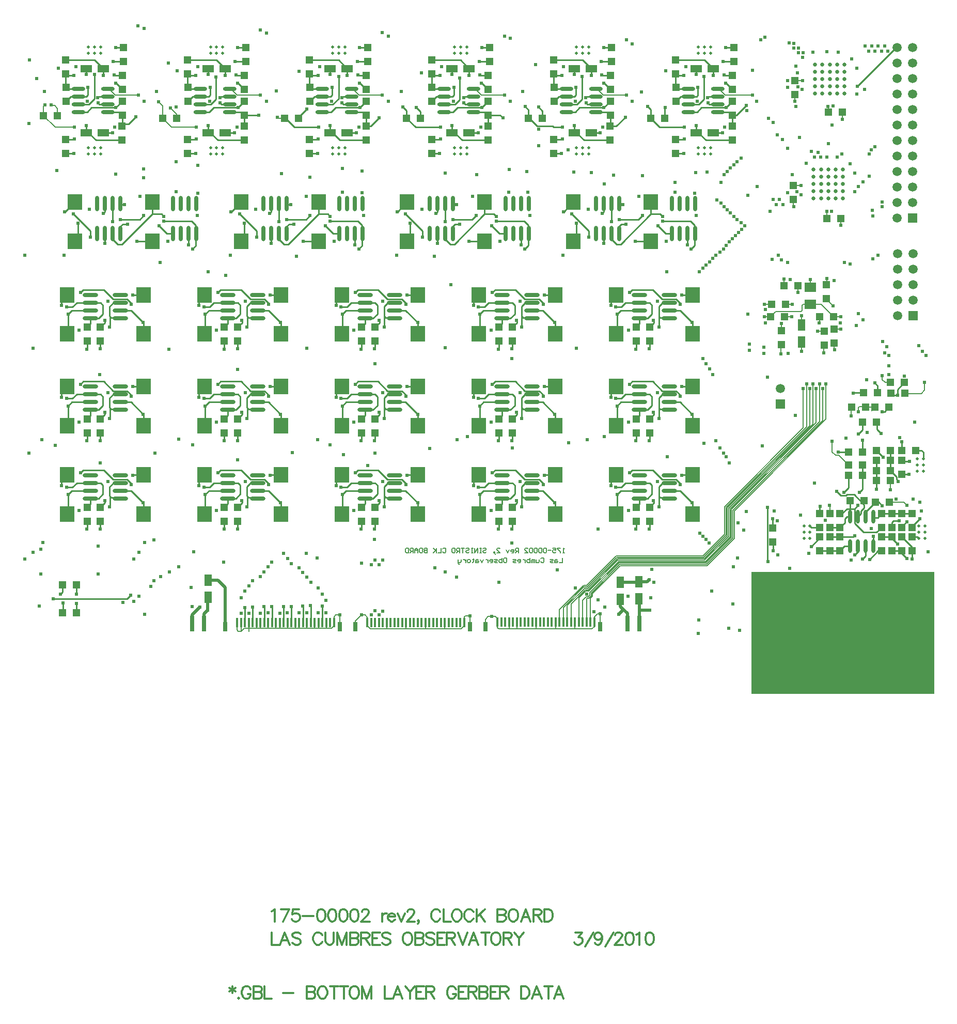
<source format=gbl>
%FSLAX23Y23*%
%MOIN*%
G70*
G01*
G75*
G04 Layer_Physical_Order=10*
G04 Layer_Color=16711680*
%ADD10R,0.050X0.050*%
%ADD11R,0.036X0.036*%
%ADD12R,0.028X0.036*%
%ADD13R,0.036X0.036*%
%ADD14R,0.087X0.024*%
%ADD15O,0.008X0.033*%
%ADD16O,0.033X0.008*%
%ADD17O,0.024X0.087*%
%ADD18R,0.135X0.070*%
%ADD19R,0.070X0.135*%
%ADD20R,0.045X0.017*%
%ADD21R,0.060X0.086*%
%ADD22R,0.035X0.037*%
%ADD23R,0.035X0.037*%
%ADD24R,0.050X0.050*%
%ADD25O,0.098X0.028*%
%ADD26R,0.138X0.085*%
%ADD27R,0.043X0.085*%
%ADD28R,0.043X0.085*%
%ADD29O,0.061X0.010*%
%ADD30O,0.010X0.061*%
%ADD31R,0.100X0.100*%
%ADD32R,0.048X0.078*%
%ADD33R,0.085X0.138*%
%ADD34R,0.085X0.043*%
%ADD35R,0.085X0.043*%
%ADD36R,0.030X0.100*%
%ADD37R,0.014X0.060*%
%ADD38R,0.031X0.060*%
%ADD39R,0.228X0.228*%
%ADD40C,0.040*%
%ADD41C,0.010*%
%ADD42C,0.005*%
%ADD43C,0.007*%
%ADD44C,0.020*%
%ADD45C,0.012*%
%ADD46R,1.181X0.787*%
%ADD47C,0.012*%
%ADD48C,0.012*%
%ADD49R,0.059X0.059*%
%ADD50C,0.059*%
%ADD51C,0.020*%
%ADD52C,0.026*%
%ADD53C,0.050*%
%ADD54C,0.236*%
%ADD55C,0.024*%
%ADD56C,0.040*%
%ADD57C,0.055*%
%ADD58C,0.030*%
%ADD59C,0.033*%
G04:AMPARAMS|DCode=60|XSize=70mil|YSize=70mil|CornerRadius=0mil|HoleSize=0mil|Usage=FLASHONLY|Rotation=0.000|XOffset=0mil|YOffset=0mil|HoleType=Round|Shape=Relief|Width=10mil|Gap=10mil|Entries=4|*
%AMTHD60*
7,0,0,0.070,0.050,0.010,45*
%
%ADD60THD60*%
G04:AMPARAMS|DCode=61|XSize=95.433mil|YSize=95.433mil|CornerRadius=0mil|HoleSize=0mil|Usage=FLASHONLY|Rotation=0.000|XOffset=0mil|YOffset=0mil|HoleType=Round|Shape=Relief|Width=10mil|Gap=10mil|Entries=4|*
%AMTHD61*
7,0,0,0.095,0.075,0.010,45*
%
%ADD61THD61*%
%ADD62C,0.045*%
%ADD63R,0.075X0.063*%
%ADD64R,0.094X0.102*%
%ADD65O,0.028X0.098*%
%ADD66R,0.078X0.048*%
%ADD67O,0.087X0.024*%
%ADD68R,1.181X0.787*%
D10*
X27031Y17280D02*
D03*
X26941D02*
D03*
X26627Y19094D02*
D03*
X26537D02*
D03*
X26618Y18407D02*
D03*
X26528D02*
D03*
X26251Y17975D02*
D03*
X26341D02*
D03*
X26166Y17775D02*
D03*
X26256D02*
D03*
X26571Y17775D02*
D03*
X26481D02*
D03*
X26171Y17855D02*
D03*
X26261D02*
D03*
X27013Y16912D02*
D03*
X27103D02*
D03*
X26758Y16752D02*
D03*
X26668D02*
D03*
X26758Y16817D02*
D03*
X26668D02*
D03*
X21595Y16045D02*
D03*
X21685D02*
D03*
X21685Y15865D02*
D03*
X21595D02*
D03*
X26668Y16902D02*
D03*
X26758D02*
D03*
X26848Y16717D02*
D03*
X26938D02*
D03*
X26938Y16782D02*
D03*
X26848D02*
D03*
X26938Y16847D02*
D03*
X26848D02*
D03*
X26938Y16912D02*
D03*
X26848D02*
D03*
X26940Y17350D02*
D03*
X27030D02*
D03*
X26780Y17190D02*
D03*
X26690D02*
D03*
X26840Y17190D02*
D03*
X26930D02*
D03*
X26760Y17095D02*
D03*
X26850D02*
D03*
X26765Y17285D02*
D03*
X26855D02*
D03*
X25391Y19056D02*
D03*
X25481D02*
D03*
X21562Y19072D02*
D03*
X21472D02*
D03*
X22331Y19056D02*
D03*
X22241D02*
D03*
X23119D02*
D03*
X23029D02*
D03*
X23906D02*
D03*
X23816D02*
D03*
X24693D02*
D03*
X24603D02*
D03*
X26841Y16577D02*
D03*
X26931D02*
D03*
X26770Y16588D02*
D03*
X26680D02*
D03*
D17*
X26678Y16484D02*
D03*
X26728D02*
D03*
X26778D02*
D03*
X26828D02*
D03*
X26678Y16295D02*
D03*
X26728D02*
D03*
X26778D02*
D03*
X26828D02*
D03*
D24*
X26322Y19209D02*
D03*
Y19299D02*
D03*
X26313Y18532D02*
D03*
Y18622D02*
D03*
X27013Y16757D02*
D03*
Y16847D02*
D03*
X26526Y17980D02*
D03*
Y17890D02*
D03*
X26576Y17695D02*
D03*
Y17605D02*
D03*
X26511Y17590D02*
D03*
Y17680D02*
D03*
X26236Y17595D02*
D03*
Y17685D02*
D03*
X26180Y16410D02*
D03*
Y16320D02*
D03*
X26483Y16504D02*
D03*
Y16414D02*
D03*
X26948Y16264D02*
D03*
Y16354D02*
D03*
X27078Y16264D02*
D03*
Y16354D02*
D03*
X26883Y16354D02*
D03*
Y16264D02*
D03*
X27078Y16414D02*
D03*
Y16504D02*
D03*
X27013Y16504D02*
D03*
Y16414D02*
D03*
X26948Y16414D02*
D03*
Y16504D02*
D03*
X26883D02*
D03*
Y16414D02*
D03*
X22726Y17617D02*
D03*
Y17707D02*
D03*
X22639D02*
D03*
Y17617D02*
D03*
X25384D02*
D03*
Y17707D02*
D03*
X25297D02*
D03*
Y17617D02*
D03*
X23525Y17116D02*
D03*
Y17026D02*
D03*
X23612D02*
D03*
Y17116D02*
D03*
X22639Y17116D02*
D03*
Y17026D02*
D03*
X22726D02*
D03*
Y17116D02*
D03*
X24411Y16546D02*
D03*
Y16456D02*
D03*
X24498D02*
D03*
Y16546D02*
D03*
X23525D02*
D03*
Y16456D02*
D03*
X23612D02*
D03*
Y16546D02*
D03*
X25918Y19243D02*
D03*
Y19333D02*
D03*
X25554Y19164D02*
D03*
Y19254D02*
D03*
X25553Y19341D02*
D03*
Y19431D02*
D03*
X25917Y19004D02*
D03*
Y18914D02*
D03*
X25918Y19165D02*
D03*
Y19075D02*
D03*
X25553Y18829D02*
D03*
Y18919D02*
D03*
X25927Y19510D02*
D03*
Y19420D02*
D03*
X21990D02*
D03*
Y19510D02*
D03*
X21617Y19164D02*
D03*
Y19254D02*
D03*
X21616Y18829D02*
D03*
Y18919D02*
D03*
X21981Y19165D02*
D03*
Y19075D02*
D03*
X21616Y19431D02*
D03*
Y19341D02*
D03*
X21980Y19004D02*
D03*
Y18914D02*
D03*
X21981Y19333D02*
D03*
Y19243D02*
D03*
X22777Y19420D02*
D03*
Y19510D02*
D03*
X22404Y19164D02*
D03*
Y19254D02*
D03*
X22403Y18829D02*
D03*
Y18919D02*
D03*
X22769Y19165D02*
D03*
Y19075D02*
D03*
X22403Y19431D02*
D03*
Y19341D02*
D03*
X22767Y19004D02*
D03*
Y18914D02*
D03*
X22769Y19333D02*
D03*
Y19243D02*
D03*
X23564Y19420D02*
D03*
Y19510D02*
D03*
X23192Y19164D02*
D03*
Y19254D02*
D03*
X23190Y18829D02*
D03*
Y18919D02*
D03*
X23556Y19165D02*
D03*
Y19075D02*
D03*
X23190Y19431D02*
D03*
Y19341D02*
D03*
X23555Y19004D02*
D03*
Y18914D02*
D03*
X23556Y19333D02*
D03*
Y19243D02*
D03*
X24352Y19420D02*
D03*
Y19510D02*
D03*
X23979Y19164D02*
D03*
Y19254D02*
D03*
X23978Y18829D02*
D03*
Y18919D02*
D03*
X24343Y19165D02*
D03*
Y19075D02*
D03*
X23978Y19431D02*
D03*
Y19341D02*
D03*
X24342Y19004D02*
D03*
Y18914D02*
D03*
X24343Y19333D02*
D03*
Y19243D02*
D03*
X25139Y19420D02*
D03*
Y19510D02*
D03*
X24767Y19164D02*
D03*
Y19254D02*
D03*
X24765Y18829D02*
D03*
Y18919D02*
D03*
X25131Y19165D02*
D03*
Y19075D02*
D03*
X24765Y19431D02*
D03*
Y19341D02*
D03*
X25129Y19004D02*
D03*
Y18914D02*
D03*
X25131Y19333D02*
D03*
Y19243D02*
D03*
X21840Y17707D02*
D03*
Y17617D02*
D03*
X21754D02*
D03*
Y17707D02*
D03*
X23612D02*
D03*
Y17617D02*
D03*
X23525D02*
D03*
Y17707D02*
D03*
X24498D02*
D03*
Y17617D02*
D03*
X24411D02*
D03*
Y17707D02*
D03*
X25297Y16456D02*
D03*
Y16546D02*
D03*
X25384D02*
D03*
Y16456D02*
D03*
X24411Y17026D02*
D03*
Y17116D02*
D03*
X24498D02*
D03*
Y17026D02*
D03*
X25297D02*
D03*
Y17116D02*
D03*
X25384D02*
D03*
Y17026D02*
D03*
X21754Y16456D02*
D03*
Y16546D02*
D03*
X21840D02*
D03*
Y16456D02*
D03*
X22639D02*
D03*
Y16546D02*
D03*
X22726D02*
D03*
Y16456D02*
D03*
X21754Y17026D02*
D03*
Y17116D02*
D03*
X21840D02*
D03*
Y17026D02*
D03*
X27013Y16264D02*
D03*
Y16354D02*
D03*
X26483Y16264D02*
D03*
Y16354D02*
D03*
X26548Y16414D02*
D03*
Y16504D02*
D03*
X26612Y16354D02*
D03*
Y16264D02*
D03*
X26612Y16414D02*
D03*
Y16504D02*
D03*
X26548Y16354D02*
D03*
Y16264D02*
D03*
D25*
X22661Y17764D02*
D03*
Y17814D02*
D03*
Y17864D02*
D03*
Y17914D02*
D03*
X22854Y17764D02*
D03*
Y17814D02*
D03*
Y17864D02*
D03*
Y17914D02*
D03*
X25319Y17764D02*
D03*
Y17814D02*
D03*
Y17864D02*
D03*
Y17914D02*
D03*
X25511Y17764D02*
D03*
Y17814D02*
D03*
Y17864D02*
D03*
Y17914D02*
D03*
X23547Y17174D02*
D03*
Y17224D02*
D03*
Y17274D02*
D03*
Y17324D02*
D03*
X23740Y17174D02*
D03*
Y17224D02*
D03*
Y17274D02*
D03*
Y17324D02*
D03*
X22661Y17174D02*
D03*
Y17224D02*
D03*
Y17274D02*
D03*
Y17324D02*
D03*
X22854Y17174D02*
D03*
Y17224D02*
D03*
Y17274D02*
D03*
Y17324D02*
D03*
X24433Y16603D02*
D03*
Y16653D02*
D03*
Y16703D02*
D03*
Y16753D02*
D03*
X24626Y16603D02*
D03*
Y16653D02*
D03*
Y16703D02*
D03*
Y16753D02*
D03*
X23547Y16603D02*
D03*
Y16653D02*
D03*
Y16703D02*
D03*
Y16753D02*
D03*
X23740Y16603D02*
D03*
Y16653D02*
D03*
Y16703D02*
D03*
Y16753D02*
D03*
X21968Y17914D02*
D03*
Y17864D02*
D03*
Y17814D02*
D03*
Y17764D02*
D03*
X21775Y17914D02*
D03*
Y17864D02*
D03*
Y17814D02*
D03*
Y17764D02*
D03*
X23740Y17914D02*
D03*
Y17864D02*
D03*
Y17814D02*
D03*
Y17764D02*
D03*
X23547Y17914D02*
D03*
Y17864D02*
D03*
Y17814D02*
D03*
Y17764D02*
D03*
X24626Y17914D02*
D03*
Y17864D02*
D03*
Y17814D02*
D03*
Y17764D02*
D03*
X24433Y17914D02*
D03*
Y17864D02*
D03*
Y17814D02*
D03*
Y17764D02*
D03*
X25511Y16753D02*
D03*
Y16703D02*
D03*
Y16653D02*
D03*
Y16603D02*
D03*
X25319Y16753D02*
D03*
Y16703D02*
D03*
Y16653D02*
D03*
Y16603D02*
D03*
X24626Y17324D02*
D03*
Y17274D02*
D03*
Y17224D02*
D03*
Y17174D02*
D03*
X24433Y17324D02*
D03*
Y17274D02*
D03*
Y17224D02*
D03*
Y17174D02*
D03*
X25511Y17324D02*
D03*
Y17274D02*
D03*
Y17224D02*
D03*
Y17174D02*
D03*
X25319Y17324D02*
D03*
Y17274D02*
D03*
Y17224D02*
D03*
Y17174D02*
D03*
X21968Y16753D02*
D03*
Y16703D02*
D03*
Y16653D02*
D03*
Y16603D02*
D03*
X21775Y16753D02*
D03*
Y16703D02*
D03*
Y16653D02*
D03*
Y16603D02*
D03*
X22854Y16753D02*
D03*
Y16703D02*
D03*
Y16653D02*
D03*
Y16603D02*
D03*
X22661Y16753D02*
D03*
Y16703D02*
D03*
Y16653D02*
D03*
Y16603D02*
D03*
X21968Y17324D02*
D03*
Y17274D02*
D03*
Y17224D02*
D03*
Y17174D02*
D03*
X21775Y17324D02*
D03*
Y17274D02*
D03*
Y17224D02*
D03*
Y17174D02*
D03*
D32*
X26366Y17720D02*
D03*
Y17610D02*
D03*
X22536Y15965D02*
D03*
Y16075D02*
D03*
X25196Y16060D02*
D03*
Y15950D02*
D03*
X25316Y16065D02*
D03*
Y15955D02*
D03*
D36*
X25320Y15794D02*
D03*
X25241D02*
D03*
X22510Y15794D02*
D03*
X22431D02*
D03*
D37*
X23347Y15803D02*
D03*
X22722D02*
D03*
X25028Y15804D02*
D03*
X25003D02*
D03*
X24978D02*
D03*
X24953D02*
D03*
X24928D02*
D03*
X24903D02*
D03*
X24878D02*
D03*
X24853D02*
D03*
X24828D02*
D03*
X24803D02*
D03*
X24778D02*
D03*
X24753D02*
D03*
X24728D02*
D03*
X24703D02*
D03*
X24678D02*
D03*
X24653D02*
D03*
X24628D02*
D03*
X24603D02*
D03*
X24578D02*
D03*
X24553D02*
D03*
X24528D02*
D03*
X24503D02*
D03*
X24478D02*
D03*
X24453D02*
D03*
X24428D02*
D03*
X24403D02*
D03*
X24187Y15803D02*
D03*
X24162D02*
D03*
X24137D02*
D03*
X24112D02*
D03*
X24087D02*
D03*
X24062D02*
D03*
X24037D02*
D03*
X24012D02*
D03*
X23987D02*
D03*
X23962D02*
D03*
X23937D02*
D03*
X23912D02*
D03*
X23887D02*
D03*
X23862D02*
D03*
X23837D02*
D03*
X23812D02*
D03*
X23787D02*
D03*
X23762D02*
D03*
X23737D02*
D03*
X23712D02*
D03*
X23687D02*
D03*
X23662D02*
D03*
X23637D02*
D03*
X23612D02*
D03*
X23587D02*
D03*
X23562D02*
D03*
X23322D02*
D03*
X23297D02*
D03*
X23272D02*
D03*
X23247D02*
D03*
X23222D02*
D03*
X23197D02*
D03*
X23172D02*
D03*
X23147D02*
D03*
X23122D02*
D03*
X23097D02*
D03*
X23072D02*
D03*
X23047D02*
D03*
X23022D02*
D03*
X22997D02*
D03*
X22972D02*
D03*
X22947D02*
D03*
X22922D02*
D03*
X22897D02*
D03*
X22872D02*
D03*
X22847D02*
D03*
X22822D02*
D03*
X22797D02*
D03*
X22772D02*
D03*
X22747D02*
D03*
D38*
X25065Y15776D02*
D03*
X24325D02*
D03*
X24225D02*
D03*
X23485D02*
D03*
X23385D02*
D03*
X22645D02*
D03*
D41*
X26986Y17306D02*
X27030Y17350D01*
X26986Y17268D02*
Y17306D01*
X26941Y17280D02*
X26953Y17268D01*
X26986D01*
X26941Y17280D02*
X26947Y17286D01*
X26886Y17162D02*
X26902D01*
X26930Y17190D01*
X26697Y17283D02*
X26698Y17285D01*
X26765D01*
X24667Y19127D02*
X24693Y19100D01*
Y19056D02*
Y19100D01*
X24583Y19130D02*
X24603Y19109D01*
Y19056D02*
Y19109D01*
Y19056D02*
X24607D01*
X24658Y19005D01*
X24757D01*
X23816Y19056D02*
X23875Y18997D01*
X23880Y19125D02*
X23906Y19099D01*
Y19056D02*
Y19099D01*
X23791Y19129D02*
X23816Y19104D01*
Y19056D02*
Y19104D01*
X23119Y19062D02*
X23172Y19116D01*
X23119Y19056D02*
Y19062D01*
X23034Y19056D02*
X23093Y18997D01*
X23501Y19335D02*
X23504Y19333D01*
X23556D01*
X23555Y19004D02*
X23585D01*
X23639Y19058D01*
X23199Y19333D02*
X23244D01*
X23273Y19095D02*
X23329D01*
X23358Y19124D02*
X23514D01*
X23329Y19095D02*
X23358Y19124D01*
X23514D02*
X23556Y19165D01*
X23322Y18963D02*
Y19009D01*
X23322Y19009D02*
X23322Y19009D01*
X23273Y19195D02*
X23325D01*
X23334Y19204D01*
Y19254D01*
X23432Y19330D02*
Y19376D01*
X23512Y19283D02*
X23516D01*
X23556Y19243D01*
X23554Y19245D02*
X23556Y19243D01*
X23337Y18963D02*
X23386Y18914D01*
X23555D01*
X23556Y19005D02*
Y19075D01*
X23555Y19004D02*
X23556Y19005D01*
X23190Y19341D02*
X23199Y19333D01*
X23190Y19255D02*
Y19341D01*
X23378Y19431D02*
X23432Y19376D01*
X23190Y19431D02*
X23378D01*
X23462Y19095D02*
X23537D01*
X23556Y19075D01*
X23322Y18963D02*
X23337D01*
X23432D02*
X23491D01*
X23492Y18962D01*
X23322Y19337D02*
X23322Y19337D01*
Y19376D01*
X23246Y18919D02*
X23246Y18920D01*
X23190Y18919D02*
X23246D01*
X23190Y18829D02*
X23241D01*
X23242Y18828D02*
Y18829D01*
X23241Y18829D02*
X23242Y18829D01*
X23190Y19255D02*
X23201Y19245D01*
X23273D01*
X23192Y19164D02*
X23222Y19195D01*
X23273D01*
X23513Y19510D02*
X23564D01*
X23513Y19510D02*
Y19510D01*
Y19510D02*
X23513Y19510D01*
X23497Y19420D02*
X23564D01*
X23398Y19189D02*
X23403Y19195D01*
X23462D01*
X23408Y19145D02*
X23462D01*
X23399Y19154D02*
X23408Y19145D01*
X23274Y19144D02*
X23325D01*
X23273Y19145D02*
X23274Y19144D01*
X23325D02*
X23340D01*
X23377Y19181D01*
Y19198D01*
X23377Y19198D01*
Y19324D01*
X22714Y19335D02*
X22716Y19333D01*
X22769D01*
Y19075D02*
X22859D01*
X22861Y19074D01*
X22411Y19333D02*
X22456D01*
X22486Y19095D02*
X22542D01*
X22571Y19124D02*
X22727D01*
X22542Y19095D02*
X22571Y19124D01*
X22727D02*
X22769Y19165D01*
X22535Y18963D02*
Y19009D01*
X22486Y19195D02*
X22537D01*
X22547Y19204D01*
Y19254D01*
X22645Y19330D02*
Y19376D01*
X22766Y19245D02*
X22769Y19243D01*
X22728Y19283D02*
X22769Y19243D01*
X22725Y19283D02*
X22728D01*
X22599Y18914D02*
X22767D01*
X22550Y18963D02*
X22599Y18914D01*
X22769Y19005D02*
Y19075D01*
X22767Y19004D02*
X22769Y19005D01*
X22403Y19255D02*
Y19341D01*
X22411Y19333D01*
X22590Y19431D02*
X22645Y19376D01*
X22403Y19431D02*
X22590D01*
X22675Y19095D02*
X22749D01*
X22769Y19075D01*
X22535Y18963D02*
X22550D01*
X22645D02*
X22703D01*
X22704Y18962D01*
X22535Y19337D02*
X22535Y19337D01*
Y19376D01*
X22403Y18919D02*
X22459D01*
X22459Y18920D01*
X22403Y18829D02*
X22454D01*
X22454Y18828D02*
Y18829D01*
X22454Y18829D02*
X22454Y18829D01*
X22403Y19255D02*
X22414Y19245D01*
X22486D01*
X22404Y19164D02*
X22435Y19195D01*
X22486D01*
X22726Y19510D02*
Y19510D01*
Y19510D02*
X22726Y19510D01*
X22777D01*
X22710Y19420D02*
X22777D01*
X22616Y19195D02*
X22675D01*
X22611Y19189D02*
X22616Y19195D01*
X22621Y19145D02*
X22675D01*
X22612Y19154D02*
X22621Y19145D01*
X22487Y19144D02*
X22537D01*
X22552D01*
X22486Y19145D02*
X22487Y19144D01*
X22552D02*
X22586Y19177D01*
Y19321D01*
X25468Y16703D02*
X25511D01*
X25507Y16607D02*
X25511Y16603D01*
X25400Y16631D02*
Y16687D01*
X25384Y16703D02*
X25400Y16687D01*
X25372Y16603D02*
X25400Y16631D01*
X25319Y16703D02*
X25384D01*
X25319Y16603D02*
X25372D01*
X25297Y16407D02*
Y16456D01*
X25319Y16567D02*
Y16603D01*
X25297Y16546D02*
X25319Y16567D01*
X25384Y16407D02*
Y16456D01*
X25382Y16406D02*
X25384Y16407D01*
X25592Y16754D02*
X25661D01*
X25591Y16753D02*
X25592Y16754D01*
X25134Y16719D02*
X25169Y16754D01*
X25134Y16686D02*
Y16719D01*
X25169Y16502D02*
X25174Y16507D01*
X25410Y16588D02*
X25413Y16591D01*
X25410Y16588D02*
X25410D01*
X25413Y16575D02*
Y16591D01*
X25384Y16546D02*
X25413Y16575D01*
X25453Y16607D02*
X25507D01*
X25445Y16548D02*
Y16615D01*
X25444Y16679D02*
X25468Y16703D01*
X25444Y16617D02*
X25453Y16607D01*
X25444Y16617D02*
Y16679D01*
Y16617D02*
X25445Y16615D01*
X25444Y16547D02*
X25445Y16548D01*
X25230Y16703D02*
X25319D01*
X25203Y16676D02*
X25230Y16703D01*
X25164Y16676D02*
X25165D01*
X25165Y16676D02*
X25203D01*
X25165Y16676D02*
X25165Y16676D01*
X25659Y16575D02*
X25661Y16573D01*
Y16502D02*
Y16573D01*
X25511Y16653D02*
X25582D01*
X25659Y16575D01*
X25198Y16653D02*
X25319D01*
X25174Y16628D02*
X25198Y16653D01*
X25174Y16507D02*
Y16628D01*
X25273Y16786D02*
X25404D01*
X25256Y16768D02*
X25273Y16786D01*
X25404D02*
X25465Y16725D01*
X25556D02*
X25582Y16699D01*
Y16692D02*
Y16699D01*
X25465Y16725D02*
X25556D01*
X25430Y16709D02*
X25434Y16713D01*
X24582Y16703D02*
X24626D01*
X24622Y16607D02*
X24626Y16603D01*
X24514Y16631D02*
Y16687D01*
X24498Y16703D02*
X24514Y16687D01*
X24486Y16603D02*
X24514Y16631D01*
X24433Y16703D02*
X24498D01*
X24433Y16603D02*
X24486D01*
X24411Y16407D02*
Y16456D01*
X24433Y16567D02*
Y16603D01*
X24411Y16546D02*
X24433Y16567D01*
X24498Y16407D02*
Y16456D01*
X24496Y16406D02*
X24498Y16407D01*
X24706Y16754D02*
X24775D01*
X24705Y16753D02*
X24706Y16754D01*
X24248Y16719D02*
X24283Y16754D01*
X24248Y16686D02*
Y16719D01*
X24283Y16502D02*
X24288Y16507D01*
X24524Y16588D02*
X24527Y16591D01*
X24524Y16588D02*
X24524D01*
X24527Y16575D02*
Y16591D01*
X24498Y16546D02*
X24527Y16575D01*
X24568Y16607D02*
X24622D01*
X24559Y16548D02*
Y16615D01*
X24558Y16679D02*
X24582Y16703D01*
X24558Y16617D02*
X24568Y16607D01*
X24558Y16617D02*
Y16679D01*
Y16617D02*
X24559Y16615D01*
X24558Y16547D02*
X24559Y16548D01*
X24345Y16703D02*
X24433D01*
X24318Y16676D02*
X24345Y16703D01*
X24278Y16676D02*
X24279D01*
X24279Y16676D02*
X24318D01*
X24279Y16676D02*
X24279Y16676D01*
X24773Y16575D02*
X24775Y16573D01*
Y16502D02*
Y16573D01*
X24626Y16653D02*
X24696D01*
X24773Y16575D01*
X24312Y16653D02*
X24433D01*
X24288Y16628D02*
X24312Y16653D01*
X24288Y16507D02*
Y16628D01*
X24387Y16786D02*
X24518D01*
X24370Y16768D02*
X24387Y16786D01*
X24518D02*
X24579Y16725D01*
X24671D02*
X24697Y16699D01*
Y16692D02*
Y16699D01*
X24579Y16725D02*
X24671D01*
X24544Y16709D02*
X24548Y16713D01*
X23696Y16703D02*
X23740D01*
X23736Y16607D02*
X23740Y16603D01*
X23628Y16631D02*
Y16687D01*
X23612Y16703D02*
X23628Y16687D01*
X23600Y16603D02*
X23628Y16631D01*
X23547Y16703D02*
X23612D01*
X23547Y16603D02*
X23600D01*
X23525Y16407D02*
Y16456D01*
X23547Y16567D02*
Y16603D01*
X23525Y16546D02*
X23547Y16567D01*
X23612Y16407D02*
Y16456D01*
X23610Y16406D02*
X23612Y16407D01*
X23821Y16754D02*
X23889D01*
X23820Y16753D02*
X23821Y16754D01*
X23362Y16719D02*
X23397Y16754D01*
X23362Y16686D02*
Y16719D01*
X23397Y16502D02*
X23402Y16507D01*
X23639Y16588D02*
X23641Y16591D01*
X23638Y16588D02*
X23639D01*
X23641Y16575D02*
Y16591D01*
X23612Y16546D02*
X23641Y16575D01*
X23682Y16607D02*
X23736D01*
X23673Y16548D02*
Y16615D01*
X23672Y16679D02*
X23696Y16703D01*
X23672Y16617D02*
X23682Y16607D01*
X23672Y16617D02*
Y16679D01*
Y16617D02*
X23673Y16615D01*
X23672Y16547D02*
X23673Y16548D01*
X23459Y16703D02*
X23547D01*
X23432Y16676D02*
X23459Y16703D01*
X23392Y16676D02*
X23393D01*
X23393Y16676D02*
X23432D01*
X23393Y16676D02*
X23393Y16676D01*
X23887Y16575D02*
X23889Y16573D01*
Y16502D02*
Y16573D01*
X23740Y16653D02*
X23810D01*
X23887Y16575D01*
X23426Y16653D02*
X23547D01*
X23402Y16628D02*
X23426Y16653D01*
X23402Y16507D02*
Y16628D01*
X23502Y16786D02*
X23632D01*
X23484Y16768D02*
X23502Y16786D01*
X23632D02*
X23693Y16725D01*
X23785D02*
X23811Y16699D01*
Y16692D02*
Y16699D01*
X23693Y16725D02*
X23785D01*
X23658Y16709D02*
X23662Y16713D01*
X22810Y16703D02*
X22854D01*
X22850Y16607D02*
X22854Y16603D01*
X22742Y16631D02*
Y16687D01*
X22727Y16703D02*
X22742Y16687D01*
X22714Y16603D02*
X22742Y16631D01*
X22661Y16703D02*
X22727D01*
X22661Y16603D02*
X22714D01*
X22639Y16407D02*
Y16456D01*
X22661Y16567D02*
Y16603D01*
X22639Y16546D02*
X22661Y16567D01*
X22726Y16407D02*
Y16456D01*
X22724Y16406D02*
X22726Y16407D01*
X22935Y16754D02*
X23004D01*
X22934Y16753D02*
X22935Y16754D01*
X22476Y16719D02*
X22511Y16754D01*
X22476Y16686D02*
Y16719D01*
X22511Y16502D02*
X22516Y16507D01*
X22753Y16588D02*
X22756Y16591D01*
X22753Y16588D02*
X22753D01*
X22756Y16575D02*
Y16591D01*
X22726Y16546D02*
X22756Y16575D01*
X22796Y16607D02*
X22850D01*
X22788Y16548D02*
Y16615D01*
X22786Y16679D02*
X22810Y16703D01*
X22786Y16617D02*
X22796Y16607D01*
X22786Y16617D02*
Y16679D01*
Y16617D02*
X22788Y16615D01*
X22786Y16547D02*
X22788Y16548D01*
X22573Y16703D02*
X22661D01*
X22546Y16676D02*
X22573Y16703D01*
X22507Y16676D02*
X22508D01*
X22508Y16676D02*
X22546D01*
X22508Y16676D02*
X22508Y16676D01*
X23002Y16575D02*
X23004Y16573D01*
Y16502D02*
Y16573D01*
X22854Y16653D02*
X22924D01*
X23002Y16575D01*
X22541Y16653D02*
X22661D01*
X22516Y16628D02*
X22541Y16653D01*
X22516Y16507D02*
Y16628D01*
X22616Y16786D02*
X22747D01*
X22598Y16768D02*
X22616Y16786D01*
X22747D02*
X22807Y16725D01*
X22899D02*
X22925Y16699D01*
Y16692D02*
Y16699D01*
X22807Y16725D02*
X22899D01*
X22772Y16709D02*
X22776Y16713D01*
X25468Y17274D02*
X25511D01*
X25507Y17178D02*
X25511Y17174D01*
X25400Y17202D02*
Y17258D01*
X25384Y17274D02*
X25400Y17258D01*
X25372Y17174D02*
X25400Y17202D01*
X25319Y17274D02*
X25384D01*
X25319Y17174D02*
X25372D01*
X25297Y16978D02*
Y17026D01*
X25319Y17138D02*
Y17174D01*
X25297Y17116D02*
X25319Y17138D01*
X25384Y16978D02*
Y17026D01*
X25382Y16976D02*
X25384Y16978D01*
X25592Y17325D02*
X25661D01*
X25591Y17324D02*
X25592Y17325D01*
X25134Y17290D02*
X25169Y17325D01*
X25134Y17256D02*
Y17290D01*
X25169Y17073D02*
X25174Y17078D01*
X25410Y17159D02*
X25413Y17162D01*
X25410Y17159D02*
X25410D01*
X25413Y17146D02*
Y17162D01*
X25384Y17116D02*
X25413Y17146D01*
X25453Y17178D02*
X25507D01*
X25445Y17119D02*
Y17186D01*
X25444Y17250D02*
X25468Y17274D01*
X25444Y17188D02*
X25453Y17178D01*
X25444Y17188D02*
Y17250D01*
Y17188D02*
X25445Y17186D01*
X25444Y17118D02*
X25445Y17119D01*
X25230Y17274D02*
X25319D01*
X25203Y17247D02*
X25230Y17274D01*
X25164Y17247D02*
X25165D01*
X25165Y17247D02*
X25203D01*
X25165Y17247D02*
X25165Y17247D01*
X25659Y17146D02*
X25661Y17144D01*
Y17073D02*
Y17144D01*
X25511Y17224D02*
X25582D01*
X25659Y17146D01*
X25198Y17224D02*
X25319D01*
X25174Y17199D02*
X25198Y17224D01*
X25174Y17078D02*
Y17199D01*
X25273Y17357D02*
X25404D01*
X25256Y17339D02*
X25273Y17357D01*
X25404D02*
X25465Y17296D01*
X25556D02*
X25582Y17270D01*
Y17263D02*
Y17270D01*
X25465Y17296D02*
X25556D01*
X25430Y17280D02*
X25434Y17284D01*
X24582Y17274D02*
X24626D01*
X24622Y17178D02*
X24626Y17174D01*
X24514Y17202D02*
Y17258D01*
X24498Y17274D02*
X24514Y17258D01*
X24486Y17174D02*
X24514Y17202D01*
X24433Y17274D02*
X24498D01*
X24433Y17174D02*
X24486D01*
X24411Y16978D02*
Y17026D01*
X24433Y17138D02*
Y17174D01*
X24411Y17116D02*
X24433Y17138D01*
X24498Y16978D02*
Y17026D01*
X24496Y16976D02*
X24498Y16978D01*
X24706Y17325D02*
X24775D01*
X24705Y17324D02*
X24706Y17325D01*
X24248Y17290D02*
X24283Y17325D01*
X24248Y17256D02*
Y17290D01*
X24283Y17073D02*
X24288Y17078D01*
X24524Y17159D02*
X24527Y17162D01*
X24524Y17159D02*
X24524D01*
X24527Y17146D02*
Y17162D01*
X24498Y17116D02*
X24527Y17146D01*
X24568Y17178D02*
X24622D01*
X24559Y17119D02*
Y17186D01*
X24558Y17250D02*
X24582Y17274D01*
X24558Y17188D02*
X24568Y17178D01*
X24558Y17188D02*
Y17250D01*
Y17188D02*
X24559Y17186D01*
X24558Y17118D02*
X24559Y17119D01*
X24345Y17274D02*
X24433D01*
X24318Y17247D02*
X24345Y17274D01*
X24278Y17247D02*
X24279D01*
X24279Y17247D02*
X24318D01*
X24279Y17247D02*
X24279Y17247D01*
X24773Y17146D02*
X24775Y17144D01*
Y17073D02*
Y17144D01*
X24626Y17224D02*
X24696D01*
X24773Y17146D01*
X24312Y17224D02*
X24433D01*
X24288Y17199D02*
X24312Y17224D01*
X24288Y17078D02*
Y17199D01*
X24387Y17357D02*
X24518D01*
X24370Y17339D02*
X24387Y17357D01*
X24518D02*
X24579Y17296D01*
X24671D02*
X24697Y17270D01*
Y17263D02*
Y17270D01*
X24579Y17296D02*
X24671D01*
X24544Y17280D02*
X24548Y17284D01*
X23696Y17274D02*
X23740D01*
X23736Y17178D02*
X23740Y17174D01*
X23628Y17202D02*
Y17258D01*
X23612Y17274D02*
X23628Y17258D01*
X23600Y17174D02*
X23628Y17202D01*
X23547Y17274D02*
X23612D01*
X23547Y17174D02*
X23600D01*
X23525Y16978D02*
Y17026D01*
X23547Y17138D02*
Y17174D01*
X23525Y17116D02*
X23547Y17138D01*
X23612Y16978D02*
Y17026D01*
X23610Y16976D02*
X23612Y16978D01*
X23821Y17325D02*
X23889D01*
X23820Y17324D02*
X23821Y17325D01*
X23362Y17290D02*
X23397Y17325D01*
X23362Y17256D02*
Y17290D01*
X23397Y17073D02*
X23402Y17078D01*
X23639Y17159D02*
X23641Y17162D01*
X23638Y17159D02*
X23639D01*
X23641Y17146D02*
Y17162D01*
X23612Y17116D02*
X23641Y17146D01*
X23682Y17178D02*
X23736D01*
X23673Y17119D02*
Y17186D01*
X23672Y17250D02*
X23696Y17274D01*
X23672Y17188D02*
X23682Y17178D01*
X23672Y17188D02*
Y17250D01*
Y17188D02*
X23673Y17186D01*
X23672Y17118D02*
X23673Y17119D01*
X23459Y17274D02*
X23547D01*
X23432Y17247D02*
X23459Y17274D01*
X23392Y17247D02*
X23393D01*
X23393Y17247D02*
X23432D01*
X23393Y17247D02*
X23393Y17247D01*
X23887Y17146D02*
X23889Y17144D01*
Y17073D02*
Y17144D01*
X23740Y17224D02*
X23810D01*
X23887Y17146D01*
X23426Y17224D02*
X23547D01*
X23402Y17199D02*
X23426Y17224D01*
X23402Y17078D02*
Y17199D01*
X23502Y17357D02*
X23632D01*
X23484Y17339D02*
X23502Y17357D01*
X23632D02*
X23693Y17296D01*
X23785D02*
X23811Y17270D01*
Y17263D02*
Y17270D01*
X23693Y17296D02*
X23785D01*
X23658Y17280D02*
X23662Y17284D01*
X22810Y17274D02*
X22854D01*
X22850Y17178D02*
X22854Y17174D01*
X22742Y17202D02*
Y17258D01*
X22727Y17274D02*
X22742Y17258D01*
X22714Y17174D02*
X22742Y17202D01*
X22661Y17274D02*
X22727D01*
X22661Y17174D02*
X22714D01*
X22639Y16978D02*
Y17026D01*
X22661Y17138D02*
Y17174D01*
X22639Y17116D02*
X22661Y17138D01*
X22726Y16978D02*
Y17026D01*
X22724Y16976D02*
X22726Y16978D01*
X22935Y17325D02*
X23004D01*
X22934Y17324D02*
X22935Y17325D01*
X22476Y17290D02*
X22511Y17325D01*
X22476Y17256D02*
Y17290D01*
X22511Y17073D02*
X22516Y17078D01*
X22753Y17159D02*
X22756Y17162D01*
X22753Y17159D02*
X22753D01*
X22756Y17146D02*
Y17162D01*
X22726Y17116D02*
X22756Y17146D01*
X22796Y17178D02*
X22850D01*
X22788Y17119D02*
Y17186D01*
X22786Y17250D02*
X22810Y17274D01*
X22786Y17188D02*
X22796Y17178D01*
X22786Y17188D02*
Y17250D01*
Y17188D02*
X22788Y17186D01*
X22786Y17118D02*
X22788Y17119D01*
X22573Y17274D02*
X22661D01*
X22546Y17247D02*
X22573Y17274D01*
X22507Y17247D02*
X22508D01*
X22508Y17247D02*
X22546D01*
X22508Y17247D02*
X22508Y17247D01*
X23002Y17146D02*
X23004Y17144D01*
Y17073D02*
Y17144D01*
X22854Y17224D02*
X22924D01*
X23002Y17146D01*
X22541Y17224D02*
X22661D01*
X22516Y17199D02*
X22541Y17224D01*
X22516Y17078D02*
Y17199D01*
X22616Y17357D02*
X22747D01*
X22598Y17339D02*
X22616Y17357D01*
X22747D02*
X22807Y17296D01*
X22899D02*
X22925Y17270D01*
Y17263D02*
Y17270D01*
X22807Y17296D02*
X22899D01*
X22772Y17280D02*
X22776Y17284D01*
X21924Y17274D02*
X21968D01*
X21964Y17178D02*
X21968Y17174D01*
X21856Y17202D02*
Y17258D01*
X21841Y17274D02*
X21856Y17258D01*
X21828Y17174D02*
X21856Y17202D01*
X21775Y17274D02*
X21841D01*
X21775Y17174D02*
X21828D01*
X21754Y16978D02*
Y17026D01*
X21775Y17138D02*
Y17174D01*
X21754Y17116D02*
X21775Y17138D01*
X21840Y16978D02*
Y17026D01*
X21838Y16976D02*
X21840Y16978D01*
X22049Y17325D02*
X22118D01*
X22048Y17324D02*
X22049Y17325D01*
X21590Y17290D02*
X21626Y17325D01*
X21590Y17256D02*
Y17290D01*
X21626Y17073D02*
X21631Y17078D01*
X21867Y17159D02*
X21870Y17162D01*
X21867Y17159D02*
X21867D01*
X21870Y17146D02*
Y17162D01*
X21840Y17116D02*
X21870Y17146D01*
X21910Y17178D02*
X21964D01*
X21902Y17119D02*
Y17186D01*
X21900Y17250D02*
X21924Y17274D01*
X21900Y17188D02*
X21910Y17178D01*
X21900Y17188D02*
Y17250D01*
Y17188D02*
X21902Y17186D01*
X21900Y17118D02*
X21902Y17119D01*
X21687Y17274D02*
X21775D01*
X21660Y17247D02*
X21687Y17274D01*
X21621Y17247D02*
X21622D01*
X21622Y17247D02*
X21660D01*
X21622Y17247D02*
X21622Y17247D01*
X22116Y17146D02*
X22118Y17144D01*
Y17073D02*
Y17144D01*
X21968Y17224D02*
X22038D01*
X22116Y17146D01*
X21655Y17224D02*
X21775D01*
X21631Y17199D02*
X21655Y17224D01*
X21631Y17078D02*
Y17199D01*
X21730Y17357D02*
X21861D01*
X21712Y17339D02*
X21730Y17357D01*
X21861D02*
X21921Y17296D01*
X22013D02*
X22039Y17270D01*
Y17263D02*
Y17270D01*
X21921Y17296D02*
X22013D01*
X21886Y17280D02*
X21890Y17284D01*
X25468Y17864D02*
X25511D01*
X25507Y17768D02*
X25511Y17764D01*
X25400Y17792D02*
Y17848D01*
X25384Y17864D02*
X25400Y17848D01*
X25372Y17764D02*
X25400Y17792D01*
X25319Y17864D02*
X25384D01*
X25319Y17764D02*
X25372D01*
X25297Y17568D02*
Y17617D01*
X25319Y17729D02*
Y17764D01*
X25297Y17707D02*
X25319Y17729D01*
X25384Y17569D02*
Y17617D01*
X25382Y17567D02*
X25384Y17569D01*
X25592Y17916D02*
X25661D01*
X25591Y17915D02*
X25592Y17916D01*
X25134Y17880D02*
X25169Y17916D01*
X25134Y17847D02*
Y17880D01*
X25169Y17664D02*
X25174Y17669D01*
X25410Y17750D02*
X25413Y17753D01*
X25410Y17750D02*
X25410D01*
X25413Y17736D02*
Y17753D01*
X25384Y17707D02*
X25413Y17736D01*
X25453Y17768D02*
X25507D01*
X25445Y17710D02*
Y17776D01*
X25444Y17840D02*
X25468Y17864D01*
X25444Y17778D02*
X25453Y17768D01*
X25444Y17778D02*
Y17840D01*
Y17778D02*
X25445Y17776D01*
X25444Y17708D02*
X25445Y17710D01*
X25230Y17864D02*
X25319D01*
X25203Y17837D02*
X25230Y17864D01*
X25164Y17837D02*
X25165D01*
X25165Y17837D02*
X25203D01*
X25165Y17837D02*
X25165Y17837D01*
X25659Y17737D02*
X25661Y17735D01*
Y17664D02*
Y17735D01*
X25511Y17814D02*
X25582D01*
X25659Y17737D01*
X25198Y17814D02*
X25319D01*
X25174Y17790D02*
X25198Y17814D01*
X25174Y17669D02*
Y17790D01*
X25273Y17947D02*
X25404D01*
X25256Y17930D02*
X25273Y17947D01*
X25404D02*
X25465Y17887D01*
X25556D02*
X25582Y17861D01*
Y17854D02*
Y17861D01*
X25465Y17887D02*
X25556D01*
X25430Y17870D02*
X25434Y17875D01*
X24582Y17864D02*
X24626D01*
X24622Y17768D02*
X24626Y17764D01*
X24514Y17792D02*
Y17848D01*
X24498Y17864D02*
X24514Y17848D01*
X24486Y17764D02*
X24514Y17792D01*
X24433Y17864D02*
X24498D01*
X24433Y17764D02*
X24486D01*
X24411Y17568D02*
Y17617D01*
X24433Y17729D02*
Y17764D01*
X24411Y17707D02*
X24433Y17729D01*
X24498Y17569D02*
Y17617D01*
X24496Y17567D02*
X24498Y17569D01*
X24706Y17916D02*
X24775D01*
X24705Y17915D02*
X24706Y17916D01*
X24248Y17880D02*
X24283Y17916D01*
X24248Y17847D02*
Y17880D01*
X24283Y17664D02*
X24288Y17669D01*
X24524Y17750D02*
X24527Y17753D01*
X24524Y17750D02*
X24524D01*
X24527Y17736D02*
Y17753D01*
X24498Y17707D02*
X24527Y17736D01*
X24568Y17768D02*
X24622D01*
X24559Y17710D02*
Y17776D01*
X24558Y17840D02*
X24582Y17864D01*
X24558Y17778D02*
X24568Y17768D01*
X24558Y17778D02*
Y17840D01*
Y17778D02*
X24559Y17776D01*
X24558Y17708D02*
X24559Y17710D01*
X24345Y17864D02*
X24433D01*
X24318Y17837D02*
X24345Y17864D01*
X24278Y17837D02*
X24279D01*
X24279Y17837D02*
X24318D01*
X24279Y17837D02*
X24279Y17837D01*
X24773Y17737D02*
X24775Y17735D01*
Y17664D02*
Y17735D01*
X24626Y17814D02*
X24696D01*
X24773Y17737D01*
X24312Y17814D02*
X24433D01*
X24288Y17790D02*
X24312Y17814D01*
X24288Y17669D02*
Y17790D01*
X24387Y17947D02*
X24518D01*
X24370Y17930D02*
X24387Y17947D01*
X24518D02*
X24579Y17887D01*
X24671D02*
X24697Y17861D01*
Y17854D02*
Y17861D01*
X24579Y17887D02*
X24671D01*
X24544Y17870D02*
X24548Y17875D01*
X23696Y17864D02*
X23740D01*
X23736Y17768D02*
X23740Y17764D01*
X23628Y17792D02*
Y17848D01*
X23612Y17864D02*
X23628Y17848D01*
X23600Y17764D02*
X23628Y17792D01*
X23547Y17864D02*
X23612D01*
X23547Y17764D02*
X23600D01*
X23525Y17568D02*
Y17617D01*
X23547Y17729D02*
Y17764D01*
X23525Y17707D02*
X23547Y17729D01*
X23612Y17569D02*
Y17617D01*
X23610Y17567D02*
X23612Y17569D01*
X23821Y17916D02*
X23889D01*
X23820Y17915D02*
X23821Y17916D01*
X23362Y17880D02*
X23397Y17916D01*
X23362Y17847D02*
Y17880D01*
X23397Y17664D02*
X23402Y17669D01*
X23639Y17750D02*
X23641Y17753D01*
X23638Y17750D02*
X23639D01*
X23641Y17736D02*
Y17753D01*
X23612Y17707D02*
X23641Y17736D01*
X23682Y17768D02*
X23736D01*
X23673Y17710D02*
Y17776D01*
X23672Y17840D02*
X23696Y17864D01*
X23672Y17778D02*
X23682Y17768D01*
X23672Y17778D02*
Y17840D01*
Y17778D02*
X23673Y17776D01*
X23672Y17708D02*
X23673Y17710D01*
X23459Y17864D02*
X23547D01*
X23432Y17837D02*
X23459Y17864D01*
X23392Y17837D02*
X23393D01*
X23393Y17837D02*
X23432D01*
X23393Y17837D02*
X23393Y17837D01*
X23887Y17737D02*
X23889Y17735D01*
Y17664D02*
Y17735D01*
X23740Y17814D02*
X23810D01*
X23887Y17737D01*
X23426Y17814D02*
X23547D01*
X23402Y17790D02*
X23426Y17814D01*
X23402Y17669D02*
Y17790D01*
X23502Y17947D02*
X23632D01*
X23484Y17930D02*
X23502Y17947D01*
X23632D02*
X23693Y17887D01*
X23785D02*
X23811Y17861D01*
Y17854D02*
Y17861D01*
X23693Y17887D02*
X23785D01*
X23658Y17870D02*
X23662Y17875D01*
X22810Y17864D02*
X22854D01*
X22850Y17768D02*
X22854Y17764D01*
X22742Y17792D02*
Y17848D01*
X22727Y17864D02*
X22742Y17848D01*
X22714Y17764D02*
X22742Y17792D01*
X22661Y17864D02*
X22727D01*
X22661Y17764D02*
X22714D01*
X22639Y17568D02*
Y17617D01*
X22661Y17729D02*
Y17764D01*
X22639Y17707D02*
X22661Y17729D01*
X22726Y17569D02*
Y17617D01*
X22724Y17567D02*
X22726Y17569D01*
X22935Y17916D02*
X23004D01*
X22934Y17915D02*
X22935Y17916D01*
X22476Y17880D02*
X22511Y17916D01*
X22476Y17847D02*
Y17880D01*
X22511Y17664D02*
X22516Y17669D01*
X22753Y17750D02*
X22756Y17753D01*
X22753Y17750D02*
X22753D01*
X22756Y17736D02*
Y17753D01*
X22726Y17707D02*
X22756Y17736D01*
X22796Y17768D02*
X22850D01*
X22788Y17710D02*
Y17776D01*
X22786Y17840D02*
X22810Y17864D01*
X22786Y17778D02*
X22796Y17768D01*
X22786Y17778D02*
Y17840D01*
Y17778D02*
X22788Y17776D01*
X22786Y17708D02*
X22788Y17710D01*
X22573Y17864D02*
X22661D01*
X22546Y17837D02*
X22573Y17864D01*
X22507Y17837D02*
X22508D01*
X22508Y17837D02*
X22546D01*
X22508Y17837D02*
X22508Y17837D01*
X23002Y17737D02*
X23004Y17735D01*
Y17664D02*
Y17735D01*
X22854Y17814D02*
X22924D01*
X23002Y17737D01*
X22541Y17814D02*
X22661D01*
X22516Y17790D02*
X22541Y17814D01*
X22516Y17669D02*
Y17790D01*
X22616Y17947D02*
X22747D01*
X22598Y17930D02*
X22616Y17947D01*
X22747D02*
X22807Y17887D01*
X22899D02*
X22925Y17861D01*
Y17854D02*
Y17861D01*
X22807Y17887D02*
X22899D01*
X22772Y17870D02*
X22776Y17875D01*
X21924Y17864D02*
X21968D01*
X21964Y17768D02*
X21968Y17764D01*
X21856Y17792D02*
Y17848D01*
X21841Y17864D02*
X21856Y17848D01*
X21828Y17764D02*
X21856Y17792D01*
X21775Y17864D02*
X21841D01*
X21775Y17764D02*
X21828D01*
X21754Y17568D02*
Y17617D01*
X21775Y17729D02*
Y17764D01*
X21754Y17707D02*
X21775Y17729D01*
X21840Y17569D02*
Y17617D01*
X21838Y17567D02*
X21840Y17569D01*
X22049Y17916D02*
X22118D01*
X22048Y17915D02*
X22049Y17916D01*
X21590Y17880D02*
X21626Y17916D01*
X21590Y17847D02*
Y17880D01*
X21626Y17664D02*
X21631Y17669D01*
X21867Y17750D02*
X21870Y17753D01*
X21867Y17750D02*
X21867D01*
X21870Y17736D02*
Y17753D01*
X21840Y17707D02*
X21870Y17736D01*
X21910Y17768D02*
X21964D01*
X21902Y17710D02*
Y17776D01*
X21900Y17840D02*
X21924Y17864D01*
X21900Y17778D02*
X21910Y17768D01*
X21900Y17778D02*
Y17840D01*
Y17778D02*
X21902Y17776D01*
X21900Y17708D02*
X21902Y17710D01*
X21687Y17864D02*
X21775D01*
X21660Y17837D02*
X21687Y17864D01*
X21621Y17837D02*
X21622D01*
X21622Y17837D02*
X21660D01*
X21622Y17837D02*
X21622Y17837D01*
X22116Y17737D02*
X22118Y17735D01*
Y17664D02*
Y17735D01*
X21968Y17814D02*
X22038D01*
X22116Y17737D01*
X21655Y17814D02*
X21775D01*
X21631Y17790D02*
X21655Y17814D01*
X21631Y17669D02*
Y17790D01*
X21730Y17947D02*
X21861D01*
X21712Y17930D02*
X21730Y17947D01*
X21861D02*
X21921Y17887D01*
X22013D02*
X22039Y17861D01*
Y17854D02*
Y17861D01*
X21921Y17887D02*
X22013D01*
X21886Y17870D02*
X21890Y17875D01*
X25946Y19075D02*
X26009Y19139D01*
X25918Y19075D02*
X25946D01*
X25129Y19004D02*
X25170D01*
X25228Y19062D01*
X24419Y19075D02*
X24437Y19058D01*
X24343Y19075D02*
X24419D01*
X21993Y19017D02*
X22021D01*
X22068Y19064D01*
X26145Y16545D02*
X26146Y16544D01*
X21595Y15865D02*
X21598Y15869D01*
Y15927D01*
X25735Y19177D02*
Y19325D01*
X25702Y19144D02*
X25735Y19177D01*
X25687Y19144D02*
X25702D01*
X24949Y19178D02*
Y19324D01*
X24915Y19144D02*
X24949Y19178D01*
X24899Y19144D02*
X24915D01*
X21801Y19180D02*
Y19338D01*
X21765Y19144D02*
X21801Y19180D01*
X21750Y19144D02*
X21765D01*
X24159Y19176D02*
Y19314D01*
X24127Y19144D02*
X24159Y19176D01*
X24112Y19144D02*
X24127D01*
X26146Y16197D02*
Y16544D01*
Y16197D02*
X26148Y16195D01*
X26180Y16320D02*
X26181Y16319D01*
Y16264D02*
Y16319D01*
X26180Y16410D02*
Y16470D01*
X26180Y16470D02*
X26180Y16470D01*
X21583Y15985D02*
X21595Y15997D01*
X21684Y15984D02*
X21685Y15985D01*
X27013Y16247D02*
Y16264D01*
Y16247D02*
X27044Y16216D01*
X26848Y16912D02*
X26850D01*
X26893Y16869D01*
X26668Y16817D02*
X26668D01*
X26848Y16910D02*
Y16912D01*
X27058Y16757D02*
X27058Y16757D01*
X27013Y16757D02*
X27058D01*
X27013Y16967D02*
X27013Y16967D01*
Y16912D02*
Y16967D01*
X26758Y16977D02*
X26758Y16977D01*
Y16902D02*
Y16977D01*
X26603Y16902D02*
X26603Y16902D01*
X26668D01*
X27138Y16912D02*
X27151Y16900D01*
Y16857D02*
Y16900D01*
X27103Y16912D02*
X27138D01*
X26938Y16782D02*
Y16912D01*
X26988Y16712D02*
Y16717D01*
X26979Y16726D02*
X26988Y16717D01*
X26979Y16726D02*
Y16741D01*
X26938Y16782D02*
X26979Y16741D01*
X26938Y16782D02*
X26938Y16782D01*
X26758Y16752D02*
Y16817D01*
X26738Y16642D02*
X26758Y16662D01*
Y16752D01*
X26848Y16782D02*
Y16847D01*
Y16662D02*
Y16782D01*
X26638Y16642D02*
X26668Y16672D01*
Y16752D01*
X26483Y16553D02*
X26484Y16553D01*
X26483Y16504D02*
Y16553D01*
X26626Y16504D02*
X26658Y16536D01*
X26612Y16504D02*
X26626D01*
X26764Y16384D02*
X26850D01*
X26881Y16414D01*
X26883D01*
X26707Y16536D02*
X26729Y16558D01*
X26759Y16213D02*
X26778Y16233D01*
Y16295D01*
X27013Y16264D02*
X27014Y16264D01*
X26948Y16264D02*
X27013D01*
X26948Y16344D02*
X26984Y16308D01*
X26948Y16344D02*
Y16354D01*
X27078Y16264D02*
Y16289D01*
X27013Y16354D02*
X27078Y16289D01*
Y16214D02*
X27079Y16213D01*
X27078Y16214D02*
Y16264D01*
Y16423D02*
X27129Y16473D01*
X27078Y16414D02*
Y16423D01*
X27013Y16423D02*
X27044Y16453D01*
X27013Y16414D02*
Y16423D01*
X26612Y16354D02*
X26700D01*
X26709Y16363D01*
X26728Y16258D02*
Y16295D01*
X26709Y16238D02*
X26728Y16258D01*
X26828Y16358D02*
X26829Y16358D01*
X26828Y16295D02*
Y16358D01*
X26429Y16293D02*
X26483Y16348D01*
Y16354D01*
X26883D02*
X26948D01*
X26804Y16208D02*
X26860Y16264D01*
X26883D01*
X26644Y16446D02*
Y16470D01*
X26658Y16484D02*
X26678D01*
X26644Y16470D02*
X26658Y16484D01*
X26612Y16414D02*
X26644Y16446D01*
X26548Y16414D02*
X26612D01*
X26420Y16424D02*
X26429Y16414D01*
X26483D01*
X26548Y16264D02*
X26612D01*
X26483D02*
X26548D01*
X26483Y16264D02*
X26483Y16264D01*
X26612D02*
X26643Y16295D01*
X26678D01*
X26548Y16354D02*
X26612D01*
X26948Y16504D02*
X27078D01*
X26883D02*
X26948D01*
X26828Y16484D02*
X26834Y16478D01*
X26857D01*
X26883Y16504D01*
X27113Y16354D02*
X27122Y16345D01*
X27078Y16354D02*
X27113D01*
X26948Y16414D02*
Y16448D01*
X26959Y16458D01*
X26994D01*
X26732Y17018D02*
X26760Y17046D01*
Y17095D01*
X26837Y17348D02*
X26855Y17329D01*
Y17285D02*
Y17329D01*
X26852Y17048D02*
X26877Y17023D01*
X26852Y17048D02*
Y17093D01*
X26850Y17095D02*
X26852Y17093D01*
X26840Y17190D02*
X26840Y17190D01*
X23072Y15803D02*
Y15904D01*
X23022Y15803D02*
Y15906D01*
X22946Y15905D02*
X22947Y15904D01*
Y15803D02*
Y15904D01*
X22896Y15904D02*
X22897Y15903D01*
Y15803D02*
Y15903D01*
X22822Y15900D02*
X22822Y15900D01*
Y15803D02*
Y15900D01*
X22772Y15898D02*
X22772Y15898D01*
Y15803D02*
Y15898D01*
X23272Y15803D02*
Y15907D01*
X21754Y16407D02*
Y16456D01*
X22173Y18263D02*
X22174Y18262D01*
X21613Y18453D02*
X21674Y18514D01*
X21609Y18453D02*
X21613D01*
X21674Y18262D02*
X21694Y18282D01*
X22409Y18311D02*
X22409Y18311D01*
X21969D02*
Y18358D01*
X21919Y18276D02*
Y18311D01*
X21975Y18498D02*
X21994D01*
X21969Y18504D02*
X21975Y18498D01*
X21919Y18504D02*
X21919Y18504D01*
X22409Y18238D02*
Y18311D01*
X21869Y18453D02*
Y18504D01*
X21859Y18443D02*
X21869Y18453D01*
Y18248D02*
Y18311D01*
X21869Y18248D02*
X21869Y18248D01*
X21984Y18373D02*
X22014D01*
X21969Y18358D02*
X21984Y18373D01*
X22174Y18438D02*
Y18514D01*
Y18438D02*
X22234D01*
X22249Y18423D01*
X21979Y18243D02*
X22174Y18438D01*
X21952Y18243D02*
X21979D01*
X21919Y18276D02*
X21952Y18243D01*
X21919Y18388D02*
Y18504D01*
X21694Y18282D02*
Y18378D01*
X21774Y18288D02*
Y18328D01*
X21664Y18438D02*
X21774Y18328D01*
X22094Y18403D02*
X22119Y18428D01*
X21969Y18403D02*
X22094D01*
X22074Y18263D02*
X22173D01*
X21924Y16703D02*
X21968D01*
X21964Y16607D02*
X21968Y16603D01*
X21856Y16631D02*
Y16687D01*
X21841Y16703D02*
X21856Y16687D01*
X21828Y16603D02*
X21856Y16631D01*
X21775Y16703D02*
X21841D01*
X21775Y16603D02*
X21828D01*
X21775Y16567D02*
Y16603D01*
X21754Y16546D02*
X21775Y16567D01*
X22049Y16754D02*
X22118D01*
X22048Y16753D02*
X22049Y16754D01*
X21590Y16686D02*
Y16719D01*
X21626Y16754D01*
Y16502D02*
X21631Y16507D01*
X21910Y16607D02*
X21964D01*
X21902Y16548D02*
Y16615D01*
X21900Y16679D02*
X21924Y16703D01*
X21900Y16617D02*
X21910Y16607D01*
X21900Y16617D02*
Y16679D01*
Y16617D02*
X21902Y16615D01*
X21900Y16547D02*
X21902Y16548D01*
X21867Y16588D02*
X21870Y16591D01*
X21867Y16588D02*
X21867D01*
X21870Y16575D02*
Y16591D01*
X21840Y16546D02*
X21870Y16575D01*
X21687Y16703D02*
X21775D01*
X21621Y16676D02*
X21622D01*
X21660Y16676D02*
X21687Y16703D01*
X21622Y16676D02*
X21660D01*
X21622Y16676D02*
X21622Y16676D01*
X22116Y16575D02*
X22118Y16573D01*
Y16502D02*
Y16573D01*
X21968Y16653D02*
X22038D01*
X22116Y16575D01*
X21655Y16653D02*
X21775D01*
X21631Y16628D02*
X21655Y16653D01*
X21631Y16507D02*
Y16628D01*
X22039Y16692D02*
Y16699D01*
X21730Y16786D02*
X21861D01*
X21712Y16768D02*
X21730Y16786D01*
X21921Y16725D02*
X22013D01*
X22039Y16699D01*
X21861Y16786D02*
X21921Y16725D01*
X21886Y16709D02*
X21890Y16713D01*
X23247Y18997D02*
X23247Y18997D01*
X23093Y18997D02*
X23247D01*
X21698Y19195D02*
X21750D01*
X21759Y19204D01*
Y19254D01*
X21858Y19330D02*
Y19376D01*
X21698Y19095D02*
X21754D01*
X21783Y19124D02*
X21940D01*
X21754Y19095D02*
X21783Y19124D01*
X21940D02*
X21981Y19165D01*
X21748Y18963D02*
Y19009D01*
X21624Y19333D02*
X21669D01*
X21927Y19335D02*
X21929Y19333D01*
X21981D01*
X21672Y18997D02*
X21673Y18997D01*
X21823Y19189D02*
X21829Y19195D01*
X21887D01*
X21833Y19145D02*
X21887D01*
X21824Y19154D02*
X21833Y19145D01*
X21887Y19095D02*
X21962D01*
X21626Y19245D02*
X21698D01*
X21617Y19164D02*
X21648Y19195D01*
X21698D01*
Y19145D02*
X21699Y19144D01*
X21750D01*
X21938Y19510D02*
X21939Y19510D01*
X21938Y19510D02*
Y19510D01*
X21939Y19510D02*
X21990D01*
X21922Y19420D02*
X21990D01*
X21616Y19255D02*
X21626Y19245D01*
X21616Y19255D02*
Y19341D01*
Y18919D02*
X21671D01*
X21672Y18920D01*
X21616Y18829D02*
X21666D01*
X21667Y18828D02*
Y18829D01*
X21666Y18829D02*
X21667Y18829D01*
X21747Y19337D02*
X21748Y19337D01*
Y19376D01*
X21803Y19431D02*
X21858Y19376D01*
X21616Y19431D02*
X21803D01*
X21748Y18963D02*
X21762D01*
X21811Y18914D02*
X21980D01*
X21762Y18963D02*
X21811Y18914D01*
X21858Y18963D02*
X21916D01*
X21917Y18962D01*
X21981Y19005D02*
Y19075D01*
X21962Y19095D02*
X21981Y19075D01*
X21616Y19341D02*
X21624Y19333D01*
X21980Y19004D02*
X21981Y19005D01*
X21937Y19283D02*
X21941D01*
X21981Y19243D01*
X21979Y19245D02*
X21981Y19243D01*
X22459Y18997D02*
X22460Y18997D01*
X24060Y19195D02*
X24112D01*
X24121Y19204D01*
Y19254D01*
X24220Y19330D02*
Y19376D01*
X24060Y19095D02*
X24116D01*
X24146Y19124D02*
X24302D01*
X24116Y19095D02*
X24146Y19124D01*
X24302D02*
X24343Y19165D01*
X24110Y18963D02*
Y19009D01*
X24110Y19009D02*
X24110Y19009D01*
X23986Y19333D02*
X24031D01*
X24289Y19335D02*
X24291Y19333D01*
X24343D01*
X23875Y18997D02*
X24034D01*
X24035Y18997D01*
X24185Y19189D02*
X24191Y19195D01*
X24249D01*
X24196Y19145D02*
X24249D01*
X24186Y19154D02*
X24196Y19145D01*
X24249Y19095D02*
X24324D01*
X23989Y19245D02*
X24060D01*
X23979Y19164D02*
X24010Y19195D01*
X24060D01*
Y19145D02*
X24061Y19144D01*
X24112D01*
X24301Y19510D02*
X24301Y19510D01*
X24301Y19510D02*
Y19510D01*
X24301Y19510D02*
X24352D01*
X24285Y19420D02*
X24352D01*
X23978Y19255D02*
X23989Y19245D01*
X23978Y19255D02*
Y19341D01*
Y18919D02*
X24034D01*
X24034Y18920D01*
X23978Y18829D02*
X24028D01*
X24029Y18828D02*
Y18829D01*
X24028Y18829D02*
X24029Y18829D01*
X24110Y19337D02*
X24110Y19337D01*
Y19376D01*
X24165Y19431D02*
X24220Y19376D01*
X23978Y19431D02*
X24165D01*
X24110Y18963D02*
X24124D01*
X24174Y18914D02*
X24342D01*
X24124Y18963D02*
X24174Y18914D01*
X24220Y18963D02*
X24278D01*
X24279Y18962D01*
X24343Y19005D02*
Y19075D01*
X24324Y19095D02*
X24343Y19075D01*
X23978Y19341D02*
X23986Y19333D01*
X24342Y19004D02*
X24343Y19005D01*
X24300Y19283D02*
X24303D01*
X24343Y19243D01*
X24341Y19245D02*
X24343Y19243D01*
X24848Y19195D02*
X24899D01*
X24909Y19204D01*
Y19254D01*
X24848Y19095D02*
X24904D01*
X24933Y19124D02*
X25089D01*
X24904Y19095D02*
X24933Y19124D01*
X25089D02*
X25131Y19165D01*
X24773Y19333D02*
X24818D01*
X25076Y19335D02*
X25078Y19333D01*
X25131D01*
X24765Y18997D02*
X24822D01*
X24973Y19189D02*
X24978Y19195D01*
X25037D01*
X24983Y19145D02*
X25037D01*
X24974Y19154D02*
X24983Y19145D01*
X25037Y19095D02*
X25112D01*
X24776Y19245D02*
X24848D01*
X24767Y19164D02*
X24797Y19195D01*
X24848D01*
Y19145D02*
X24849Y19144D01*
X24899D01*
X25088Y19510D02*
X25088Y19510D01*
X25088Y19510D02*
Y19510D01*
X25088Y19510D02*
X25139D01*
X25072Y19420D02*
X25139D01*
X24765Y19255D02*
X24776Y19245D01*
X24765Y19255D02*
Y19341D01*
Y18919D02*
X24821D01*
X24821Y18920D01*
X24765Y18829D02*
X24816D01*
X24816Y18828D02*
Y18829D01*
X24816Y18829D02*
X24816Y18829D01*
X24897Y19337D02*
X24897Y19337D01*
Y19376D01*
X24952Y19431D02*
X25007Y19376D01*
X24765Y19431D02*
X24952D01*
X24897Y18963D02*
X24912D01*
X24961Y18914D02*
X25129D01*
X24912Y18963D02*
X24961Y18914D01*
X25007Y18963D02*
X25065D01*
X25066Y18962D01*
X25131Y19005D02*
Y19075D01*
X25112Y19095D02*
X25131Y19075D01*
X24765Y19341D02*
X24773Y19333D01*
X25129Y19004D02*
X25131Y19005D01*
X25087Y19283D02*
X25091D01*
X25131Y19243D01*
X25128Y19245D02*
X25131Y19243D01*
X25635Y19195D02*
X25687D01*
X25696Y19204D01*
Y19254D01*
X25795Y19330D02*
Y19376D01*
X25635Y19095D02*
X25691D01*
X25720Y19124D02*
X25877D01*
X25691Y19095D02*
X25720Y19124D01*
X25877D02*
X25918Y19165D01*
X25685Y18963D02*
Y19009D01*
X25561Y19333D02*
X25606D01*
X25864Y19335D02*
X25866Y19333D01*
X25918D01*
X25609Y18997D02*
X25610Y18997D01*
X25760Y19189D02*
X25766Y19195D01*
X25824D01*
X25770Y19145D02*
X25824D01*
X25761Y19154D02*
X25770Y19145D01*
X25824Y19095D02*
X25899D01*
X25563Y19245D02*
X25635D01*
X25554Y19164D02*
X25585Y19195D01*
X25635D01*
Y19145D02*
X25636Y19144D01*
X25687D01*
X25875Y19510D02*
X25876Y19510D01*
X25875Y19510D02*
Y19510D01*
X25876Y19510D02*
X25927D01*
X25859Y19420D02*
X25927D01*
X25553Y19255D02*
X25563Y19245D01*
X25553Y19255D02*
Y19341D01*
Y18919D02*
X25608D01*
X25609Y18920D01*
X25553Y18829D02*
X25603D01*
X25604Y18828D02*
Y18829D01*
X25603Y18829D02*
X25604Y18829D01*
X25684Y19337D02*
X25685Y19337D01*
Y19376D01*
X25740Y19431D02*
X25795Y19376D01*
X25553Y19431D02*
X25740D01*
X25685Y18963D02*
X25699D01*
X25748Y18914D02*
X25917D01*
X25699Y18963D02*
X25748Y18914D01*
X25795Y18963D02*
X25853D01*
X25854Y18962D01*
X25918Y19005D02*
Y19075D01*
X25899Y19095D02*
X25918Y19075D01*
X25553Y19341D02*
X25561Y19333D01*
X25917Y19004D02*
X25918Y19005D01*
X25874Y19283D02*
X25878D01*
X25918Y19243D01*
X25916Y19245D02*
X25918Y19243D01*
X23147Y15803D02*
Y15908D01*
X23146Y15909D02*
X23147Y15908D01*
X23196Y15910D02*
X23197Y15909D01*
Y15803D02*
Y15909D01*
X22797Y16036D02*
X22798Y16037D01*
X21840Y16407D02*
Y16456D01*
X21838Y16406D02*
X21840Y16407D01*
X21685Y15865D02*
Y15923D01*
X21686Y15924D01*
X21685Y15985D02*
Y16045D01*
X22013Y15955D02*
X22035Y15977D01*
X21595Y15997D02*
Y16045D01*
X21535Y15955D02*
X22013D01*
X27013Y16847D02*
X27019Y16841D01*
X27061D01*
X26725Y19260D02*
X26726D01*
X26976Y19510D01*
X26981D01*
X22434Y18212D02*
X22456Y18234D01*
X22430Y18390D02*
X22456Y18364D01*
X22248Y18390D02*
X22430D01*
X22456Y18234D02*
Y18364D01*
X22268Y18311D02*
X22309D01*
X22218Y18361D02*
X22268Y18311D01*
X22218Y18361D02*
Y18363D01*
X24897Y18963D02*
Y19009D01*
X25007Y19330D02*
Y19376D01*
X23246Y18263D02*
X23247Y18262D01*
X23147Y18263D02*
X23246D01*
X22992Y18276D02*
X23025Y18243D01*
X23052D01*
X23247Y18438D01*
X23307D02*
X23322Y18423D01*
X23247Y18438D02*
X23307D01*
X23247D02*
Y18514D01*
X22767Y18282D02*
Y18378D01*
X22747Y18262D02*
X22767Y18282D01*
X22682Y18453D02*
X22686D01*
X22747Y18514D01*
X23291Y18361D02*
X23341Y18311D01*
X23382D01*
X23291Y18361D02*
Y18363D01*
X22932Y18443D02*
X22942Y18453D01*
Y18504D01*
X23482Y18238D02*
Y18311D01*
X23482Y18311D01*
X23507Y18212D02*
X23529Y18234D01*
Y18364D01*
X23321Y18390D02*
X23503D01*
X23529Y18364D01*
X22992Y18388D02*
Y18504D01*
X22992Y18504D01*
X23042D02*
X23048Y18498D01*
X23067D01*
X22942Y18248D02*
X22942Y18248D01*
Y18311D01*
X22992Y18276D02*
Y18311D01*
X23042Y18358D02*
X23057Y18373D01*
X23042Y18311D02*
Y18358D01*
X23057Y18373D02*
X23087D01*
X22737Y18438D02*
X22847Y18328D01*
Y18288D02*
Y18328D01*
X23042Y18403D02*
X23167D01*
X23192Y18428D01*
X24318Y18263D02*
X24319Y18262D01*
X24219Y18263D02*
X24318D01*
X24064Y18276D02*
X24098Y18243D01*
X24124D01*
X24319Y18438D01*
X24379D02*
X24394Y18423D01*
X24319Y18438D02*
X24379D01*
X24319D02*
Y18514D01*
X23839Y18282D02*
Y18378D01*
X23819Y18262D02*
X23839Y18282D01*
X23754Y18453D02*
X23758D01*
X23819Y18514D01*
X24364Y18361D02*
X24414Y18311D01*
X24454D01*
X24364Y18361D02*
Y18363D01*
X24004Y18443D02*
X24014Y18453D01*
Y18504D01*
X24554Y18238D02*
Y18311D01*
X24554Y18311D01*
X24394Y18390D02*
X24576D01*
X24580Y18212D02*
X24602Y18234D01*
X24576Y18390D02*
X24602Y18364D01*
Y18234D02*
Y18364D01*
X24064Y18388D02*
Y18504D01*
X24064Y18504D01*
X24114D02*
X24121Y18498D01*
X24139D01*
X24014Y18248D02*
X24014Y18248D01*
Y18311D01*
X24064Y18276D02*
Y18311D01*
X24114Y18358D02*
X24129Y18373D01*
X24114Y18311D02*
Y18358D01*
X24129Y18373D02*
X24159D01*
X23809Y18438D02*
X23919Y18328D01*
Y18288D02*
Y18328D01*
X24114Y18403D02*
X24239D01*
X24264Y18428D01*
X25391Y18263D02*
X25392Y18262D01*
X25292Y18263D02*
X25391D01*
X25137Y18276D02*
X25171Y18243D01*
X25197D01*
X25392Y18438D01*
X25452D02*
X25467Y18423D01*
X25392Y18438D02*
X25452D01*
X25392D02*
Y18514D01*
X24912Y18282D02*
Y18378D01*
X24892Y18262D02*
X24912Y18282D01*
X24827Y18453D02*
X24831D01*
X24892Y18514D01*
X25437Y18361D02*
X25487Y18311D01*
X25527D01*
X25437Y18361D02*
Y18363D01*
X25077Y18443D02*
X25087Y18453D01*
Y18504D01*
X25627Y18238D02*
Y18311D01*
X25627Y18311D01*
X25653Y18212D02*
X25675Y18234D01*
Y18364D01*
X25467Y18390D02*
X25649D01*
X25675Y18364D01*
X25137Y18388D02*
Y18504D01*
X25137Y18504D01*
X25187D02*
X25194Y18498D01*
X25212D01*
X25087Y18248D02*
X25087Y18248D01*
Y18311D01*
X25137Y18276D02*
Y18311D01*
X25187Y18358D02*
X25202Y18373D01*
X25187Y18311D02*
Y18358D01*
X25202Y18373D02*
X25232D01*
X24882Y18438D02*
X24992Y18328D01*
Y18288D02*
Y18328D01*
X25187Y18403D02*
X25312D01*
X25337Y18428D01*
X25450Y18997D02*
X25609D01*
X25391Y19056D02*
X25450Y18997D01*
X25481Y19056D02*
Y19122D01*
X25484Y19126D01*
X25373Y19131D02*
X25392Y19112D01*
X25391Y19056D02*
X25392Y19057D01*
Y19112D01*
X24757Y19005D02*
X24765Y18997D01*
X26707Y16441D02*
X26764Y16384D01*
X26707Y16441D02*
Y16536D01*
X26778Y16484D02*
Y16514D01*
X26841Y16577D01*
X26864D01*
X26886Y16555D01*
X26728Y16484D02*
X26750Y16506D01*
Y16523D01*
X26770Y16543D01*
Y16563D01*
X26659Y16629D02*
X26704D01*
X26651Y16621D02*
X26659Y16629D01*
X26618Y16621D02*
X26651D01*
X26591Y16649D02*
X26618Y16621D01*
X26704Y16629D02*
X26770Y16563D01*
X26680Y16537D02*
Y16588D01*
X26658Y16536D02*
X26707D01*
D42*
X26905Y17350D02*
X26940D01*
X26886Y17369D02*
X26905Y17350D01*
X26886Y17369D02*
Y17396D01*
X26775Y17195D02*
X26780Y17190D01*
X26740Y17195D02*
X26775D01*
X26733Y17188D02*
X26740Y17195D01*
X26733Y17162D02*
Y17188D01*
X23029Y19056D02*
X23034D01*
X22987D02*
X23029D01*
X22983Y19060D02*
X22987Y19056D01*
X23469Y19245D02*
X23509Y19205D01*
X23659D01*
X22241Y19056D02*
X22299Y18997D01*
X22460D01*
X22214Y19162D02*
X22241Y19135D01*
Y19056D02*
Y19135D01*
X22682Y19245D02*
X22722Y19205D01*
X21547Y18997D02*
X21672D01*
X21472Y19072D02*
X21547Y18997D01*
X21472Y19134D02*
X21481Y19143D01*
X21472Y19072D02*
Y19134D01*
X24653Y15783D02*
Y15807D01*
X24412Y15760D02*
X25011D01*
X24653Y15762D02*
Y15804D01*
X24777Y15783D02*
Y15807D01*
X24778Y15761D02*
Y15804D01*
X24902Y15782D02*
Y15807D01*
X24903Y15760D02*
Y15804D01*
X25011Y15760D02*
X25028Y15776D01*
Y15804D01*
X24528Y15782D02*
Y15807D01*
X24528Y15760D02*
Y15804D01*
X24478Y15783D02*
Y15807D01*
X24478Y15761D02*
Y15804D01*
X24403Y15769D02*
X24412Y15760D01*
X24403Y15769D02*
Y15804D01*
X24188Y15782D02*
Y15802D01*
X24167Y15761D02*
X24188Y15782D01*
X23583Y15761D02*
X24167D01*
X23562Y15781D02*
X23583Y15761D01*
X23562Y15781D02*
Y15803D01*
X24187D02*
X24188Y15802D01*
X23347Y15781D02*
Y15803D01*
X23331Y15766D02*
X23347Y15781D01*
X22767Y15766D02*
X23331D01*
X23347Y15803D02*
X23347Y15803D01*
X22747Y15746D02*
X22767Y15766D01*
X25028Y15804D02*
Y15838D01*
X25047Y15858D01*
X25065D01*
X24062Y15761D02*
Y15805D01*
X23937Y15761D02*
Y15805D01*
X23812Y15761D02*
Y15805D01*
X23687Y15761D02*
Y15805D01*
X25065Y15857D02*
X25065Y15858D01*
X25065Y15776D02*
Y15857D01*
X24403Y15804D02*
Y15828D01*
X24389Y15842D02*
X24403Y15828D01*
X24364Y15842D02*
X24389D01*
X24325Y15776D02*
Y15823D01*
X24343Y15842D01*
X24364D01*
X24187Y15803D02*
Y15838D01*
X24195Y15846D01*
X24224D01*
X24225Y15845D01*
Y15776D02*
Y15845D01*
X23524Y15850D02*
X23549D01*
X23562Y15836D01*
Y15803D02*
Y15836D01*
X23485Y15776D02*
Y15810D01*
X23524Y15850D01*
X22998Y15766D02*
Y15803D01*
X23347D02*
Y15839D01*
X23359Y15851D01*
X23384D01*
X23385Y15850D01*
Y15776D02*
Y15850D01*
X23297Y15766D02*
Y15805D01*
X23247Y15766D02*
Y15805D01*
X23222Y15766D02*
Y15804D01*
X23172Y15766D02*
Y15804D01*
X23122Y15766D02*
Y15804D01*
X23097Y15766D02*
Y15804D01*
X23047Y15766D02*
Y15804D01*
X22972Y15766D02*
Y15804D01*
X22922Y15766D02*
Y15805D01*
X22872Y15766D02*
Y15804D01*
X22847Y15766D02*
Y15804D01*
X22797Y15746D02*
Y15803D01*
X22747Y15746D02*
X22747Y15746D01*
X22730Y15746D02*
X22747D01*
X22747Y15746D02*
Y15803D01*
X22722Y15754D02*
Y15803D01*
Y15754D02*
X22730Y15746D01*
X26938Y16717D02*
X26939Y16716D01*
Y16659D02*
Y16716D01*
X25931Y16523D02*
X26523Y17115D01*
X25922Y16526D02*
X26502Y17106D01*
X25913Y16530D02*
X26481Y17098D01*
X25904Y16534D02*
X26460Y17090D01*
X25895Y16537D02*
X26439Y17081D01*
X25886Y16541D02*
X26418Y17073D01*
X25877Y16545D02*
X26397Y17065D01*
X25868Y16549D02*
X26376Y17057D01*
X26523Y17115D02*
Y17342D01*
X26502Y17106D02*
Y17310D01*
X26481Y17098D02*
Y17342D01*
X26460Y17090D02*
Y17310D01*
X26439Y17081D02*
Y17342D01*
X26418Y17073D02*
Y17310D01*
X26397Y17065D02*
Y17342D01*
X26376Y17057D02*
Y17310D01*
X25868Y16371D02*
Y16549D01*
X25729Y16232D02*
X25868Y16371D01*
X25877Y16367D02*
Y16545D01*
X25733Y16223D02*
X25877Y16367D01*
X25886Y16363D02*
Y16541D01*
X25737Y16214D02*
X25886Y16363D01*
X25895Y16359D02*
Y16537D01*
X25740Y16205D02*
X25895Y16359D01*
X25904Y16356D02*
Y16534D01*
X25744Y16196D02*
X25904Y16356D01*
X25913Y16352D02*
Y16530D01*
X25748Y16187D02*
X25913Y16352D01*
X25922Y16348D02*
Y16526D01*
X25752Y16178D02*
X25922Y16348D01*
X25755Y16169D02*
X25931Y16345D01*
Y16523D01*
X25084Y19205D02*
X25234D01*
X25044Y19245D02*
X25084Y19205D01*
X24297D02*
X24446D01*
X24257Y19245D02*
X24297Y19205D01*
X22722D02*
X22872D01*
X21935D02*
X22084D01*
X21895Y19245D02*
X21935Y19205D01*
X21887Y19245D02*
X21895D01*
X26630Y19049D02*
Y19091D01*
X26627Y19094D02*
X26630Y19091D01*
X26536Y19133D02*
X26537Y19132D01*
Y19094D02*
Y19132D01*
X26322Y19165D02*
Y19209D01*
Y19299D02*
X26322Y19299D01*
X26371D01*
X26618Y18365D02*
X26619Y18364D01*
X26618Y18365D02*
Y18407D01*
X26528D02*
Y18454D01*
X26527Y18455D02*
X26528Y18454D01*
X26313Y18486D02*
Y18532D01*
Y18622D02*
X26314Y18621D01*
X26361D01*
X26604Y16881D02*
X26668Y16817D01*
X26563Y16902D02*
Y16972D01*
Y16902D02*
X26584Y16881D01*
X26604D01*
X26780Y17190D02*
X26780Y17190D01*
X26840D01*
X26819Y17168D02*
X26840Y17190D01*
X26376Y17855D02*
X26421D01*
X26369Y17848D02*
X26376Y17855D01*
X26369Y17816D02*
Y17848D01*
X26362Y17809D02*
X26369Y17816D01*
X26200Y17809D02*
X26362D01*
X26166Y17775D02*
X26200Y17809D01*
X26366Y17782D02*
X26366Y17782D01*
X26366Y17720D02*
Y17782D01*
X26251Y18016D02*
X26252Y18017D01*
X26251Y17975D02*
Y18016D01*
X26341Y17930D02*
X26341Y17930D01*
X26341Y17930D02*
Y17975D01*
X26421Y18015D02*
X26422Y18016D01*
X26421Y17965D02*
Y18015D01*
X26526Y17980D02*
X26528Y17982D01*
Y18023D01*
X26526Y17887D02*
X26568Y17845D01*
X26526Y17887D02*
Y17890D01*
X26421Y17855D02*
X26491D01*
X26571Y17775D01*
X26617D01*
X26617Y17775D01*
X26480Y17734D02*
X26481Y17735D01*
Y17775D01*
X26468Y17681D02*
X26469Y17680D01*
X26511D01*
X26577Y17696D02*
X26617D01*
X26576Y17561D02*
X26577Y17560D01*
X26576Y17561D02*
Y17605D01*
X26509Y17541D02*
Y17588D01*
X26366Y17551D02*
X26366Y17551D01*
X26366Y17551D02*
Y17610D01*
X26231Y17590D02*
X26236Y17595D01*
X26231Y17535D02*
Y17590D01*
X26236Y17730D02*
X26236Y17730D01*
X26236Y17685D02*
Y17730D01*
X26301Y17775D02*
X26301Y17775D01*
X26256Y17775D02*
X26301D01*
X26306Y17855D02*
X26306Y17855D01*
X26261Y17855D02*
X26306D01*
X26126D02*
X26171D01*
X26126Y17855D02*
X26126Y17855D01*
X26126Y17775D02*
X26166D01*
X24998Y15978D02*
Y15996D01*
X25007Y15974D02*
Y15993D01*
X25016Y15970D02*
Y15989D01*
X25003Y15957D02*
X25016Y15970D01*
X24978Y15958D02*
X24991D01*
X24978Y15958D02*
X24978Y15958D01*
X24978Y15804D02*
Y15958D01*
X24991Y15958D02*
X25007Y15974D01*
X24974Y15967D02*
X24987D01*
X24953Y15946D02*
X24974Y15967D01*
X24953Y15804D02*
Y15946D01*
X24987Y15967D02*
X24998Y15978D01*
X24803Y15804D02*
Y15886D01*
X24828Y15804D02*
Y15898D01*
X24853Y15804D02*
Y15911D01*
X24878Y15804D02*
Y15923D01*
X24928Y15804D02*
Y15960D01*
X25003Y15804D02*
Y15957D01*
X25832Y19245D02*
X25873Y19204D01*
X26048D01*
X26548Y16504D02*
Y16554D01*
X26545Y16557D02*
X26548Y16554D01*
X26686Y17135D02*
Y17186D01*
X26690Y17190D01*
X25016Y15989D02*
X25195Y16169D01*
X25007Y15993D02*
X25192Y16178D01*
X24998Y15996D02*
X25188Y16187D01*
X24928Y15960D02*
X24972Y16004D01*
X24993D01*
X25184Y16196D01*
X24878Y15923D02*
X24968Y16013D01*
X24989D01*
X25180Y16205D01*
X24853Y15911D02*
X24964Y16022D01*
X24985D01*
X25177Y16214D01*
X24828Y15898D02*
X24960Y16031D01*
X24981D01*
X25173Y16223D01*
X24803Y15886D02*
X24957Y16040D01*
X24978D01*
X25169Y16232D01*
X25729D01*
X25173Y16223D02*
X25733D01*
X25177Y16214D02*
X25737D01*
X25180Y16205D02*
X25740D01*
X25184Y16196D02*
X25744D01*
X25188Y16187D02*
X25748D01*
X25192Y16178D02*
X25752D01*
X25195Y16169D02*
X25755D01*
X26931Y16577D02*
X27026D01*
X27045Y16558D01*
X24823Y16219D02*
Y16189D01*
X24803D01*
X24788Y16209D02*
X24778D01*
X24773Y16204D01*
Y16189D01*
X24788D01*
X24793Y16194D01*
X24788Y16199D01*
X24773D01*
X24763Y16189D02*
X24748D01*
X24743Y16194D01*
X24748Y16199D01*
X24758D01*
X24763Y16204D01*
X24758Y16209D01*
X24743D01*
X24683Y16214D02*
X24688Y16219D01*
X24698D01*
X24703Y16214D01*
Y16194D01*
X24698Y16189D01*
X24688D01*
X24683Y16194D01*
X24673Y16209D02*
Y16194D01*
X24668Y16189D01*
X24653D01*
Y16209D01*
X24643Y16189D02*
Y16209D01*
X24638D01*
X24633Y16204D01*
Y16189D01*
Y16204D01*
X24628Y16209D01*
X24623Y16204D01*
Y16189D01*
X24613Y16219D02*
Y16189D01*
X24598D01*
X24593Y16194D01*
Y16199D01*
Y16204D01*
X24598Y16209D01*
X24613D01*
X24583D02*
Y16189D01*
Y16199D01*
X24578Y16204D01*
X24573Y16209D01*
X24568D01*
X24538Y16189D02*
X24548D01*
X24553Y16194D01*
Y16204D01*
X24548Y16209D01*
X24538D01*
X24533Y16204D01*
Y16199D01*
X24553D01*
X24523Y16189D02*
X24508D01*
X24503Y16194D01*
X24508Y16199D01*
X24518D01*
X24523Y16204D01*
X24518Y16209D01*
X24503D01*
X24448Y16219D02*
X24458D01*
X24463Y16214D01*
Y16194D01*
X24458Y16189D01*
X24448D01*
X24443Y16194D01*
Y16214D01*
X24448Y16219D01*
X24433D02*
Y16189D01*
X24418D01*
X24413Y16194D01*
Y16199D01*
Y16204D01*
X24418Y16209D01*
X24433D01*
X24403Y16189D02*
X24388D01*
X24383Y16194D01*
X24388Y16199D01*
X24398D01*
X24403Y16204D01*
X24398Y16209D01*
X24383D01*
X24358Y16189D02*
X24368D01*
X24373Y16194D01*
Y16204D01*
X24368Y16209D01*
X24358D01*
X24353Y16204D01*
Y16199D01*
X24373D01*
X24343Y16209D02*
Y16189D01*
Y16199D01*
X24338Y16204D01*
X24333Y16209D01*
X24328D01*
X24313D02*
X24303Y16189D01*
X24293Y16209D01*
X24278D02*
X24268D01*
X24263Y16204D01*
Y16189D01*
X24278D01*
X24283Y16194D01*
X24278Y16199D01*
X24263D01*
X24248Y16214D02*
Y16209D01*
X24253D01*
X24243D01*
X24248D01*
Y16194D01*
X24243Y16189D01*
X24223D02*
X24213D01*
X24208Y16194D01*
Y16204D01*
X24213Y16209D01*
X24223D01*
X24228Y16204D01*
Y16194D01*
X24223Y16189D01*
X24198Y16209D02*
Y16189D01*
Y16199D01*
X24193Y16204D01*
X24188Y16209D01*
X24183D01*
X24168D02*
Y16194D01*
X24163Y16189D01*
X24148D01*
Y16184D01*
X24153Y16179D01*
X24158D01*
X24148Y16189D02*
Y16209D01*
X24835Y16252D02*
X24825D01*
X24830D01*
Y16282D01*
X24835Y16277D01*
X24810Y16282D02*
X24790D01*
Y16277D01*
X24810Y16257D01*
Y16252D01*
X24760Y16282D02*
X24780D01*
Y16267D01*
X24770Y16272D01*
X24765D01*
X24760Y16267D01*
Y16257D01*
X24765Y16252D01*
X24775D01*
X24780Y16257D01*
X24750Y16267D02*
X24730D01*
X24720Y16277D02*
X24715Y16282D01*
X24705D01*
X24700Y16277D01*
Y16257D01*
X24705Y16252D01*
X24715D01*
X24720Y16257D01*
Y16277D01*
X24690D02*
X24685Y16282D01*
X24675D01*
X24670Y16277D01*
Y16257D01*
X24675Y16252D01*
X24685D01*
X24690Y16257D01*
Y16277D01*
X24660D02*
X24655Y16282D01*
X24645D01*
X24640Y16277D01*
Y16257D01*
X24645Y16252D01*
X24655D01*
X24660Y16257D01*
Y16277D01*
X24630D02*
X24625Y16282D01*
X24615D01*
X24610Y16277D01*
Y16257D01*
X24615Y16252D01*
X24625D01*
X24630Y16257D01*
Y16277D01*
X24580Y16252D02*
X24600D01*
X24580Y16272D01*
Y16277D01*
X24585Y16282D01*
X24595D01*
X24600Y16277D01*
X24540Y16252D02*
Y16282D01*
X24525D01*
X24520Y16277D01*
Y16267D01*
X24525Y16262D01*
X24540D01*
X24530D02*
X24520Y16252D01*
X24495D02*
X24505D01*
X24510Y16257D01*
Y16267D01*
X24505Y16272D01*
X24495D01*
X24490Y16267D01*
Y16262D01*
X24510D01*
X24480Y16272D02*
X24470Y16252D01*
X24460Y16272D01*
X24400Y16252D02*
X24420D01*
X24400Y16272D01*
Y16277D01*
X24405Y16282D01*
X24415D01*
X24420Y16277D01*
X24385Y16247D02*
X24380Y16252D01*
Y16257D01*
X24385D01*
Y16252D01*
X24380D01*
X24385Y16247D01*
X24390Y16242D01*
X24310Y16277D02*
X24315Y16282D01*
X24325D01*
X24330Y16277D01*
Y16272D01*
X24325Y16267D01*
X24315D01*
X24310Y16262D01*
Y16257D01*
X24315Y16252D01*
X24325D01*
X24330Y16257D01*
X24300Y16282D02*
X24290D01*
X24295D01*
Y16252D01*
X24300D01*
X24290D01*
X24275D02*
Y16282D01*
X24255Y16252D01*
Y16282D01*
X24245D02*
X24235D01*
X24240D01*
Y16252D01*
X24245D01*
X24235D01*
X24200Y16277D02*
X24205Y16282D01*
X24215D01*
X24220Y16277D01*
Y16272D01*
X24215Y16267D01*
X24205D01*
X24200Y16262D01*
Y16257D01*
X24205Y16252D01*
X24215D01*
X24220Y16257D01*
X24190Y16282D02*
X24170D01*
X24180D01*
Y16252D01*
X24160D02*
Y16282D01*
X24145D01*
X24140Y16277D01*
Y16267D01*
X24145Y16262D01*
X24160D01*
X24150D02*
X24140Y16252D01*
X24115Y16282D02*
X24125D01*
X24130Y16277D01*
Y16257D01*
X24125Y16252D01*
X24115D01*
X24110Y16257D01*
Y16277D01*
X24115Y16282D01*
X24050Y16277D02*
X24055Y16282D01*
X24065D01*
X24070Y16277D01*
Y16257D01*
X24065Y16252D01*
X24055D01*
X24050Y16257D01*
X24040Y16282D02*
Y16252D01*
X24020D01*
X24010Y16282D02*
Y16252D01*
Y16262D01*
X23990Y16282D01*
X24005Y16267D01*
X23990Y16252D01*
X23950Y16282D02*
Y16252D01*
X23935D01*
X23930Y16257D01*
Y16262D01*
X23935Y16267D01*
X23950D01*
X23935D01*
X23930Y16272D01*
Y16277D01*
X23935Y16282D01*
X23950D01*
X23905D02*
X23915D01*
X23920Y16277D01*
Y16257D01*
X23915Y16252D01*
X23905D01*
X23900Y16257D01*
Y16277D01*
X23905Y16282D01*
X23890Y16252D02*
Y16272D01*
X23880Y16282D01*
X23870Y16272D01*
Y16252D01*
Y16267D01*
X23890D01*
X23860Y16252D02*
Y16282D01*
X23845D01*
X23840Y16277D01*
Y16267D01*
X23845Y16262D01*
X23860D01*
X23850D02*
X23840Y16252D01*
X23830Y16282D02*
Y16252D01*
X23815D01*
X23810Y16257D01*
Y16277D01*
X23815Y16282D01*
X23830D01*
D43*
X27031Y17280D02*
X27032Y17279D01*
X27139D01*
X27160Y17300D01*
Y17350D01*
X22331Y19056D02*
Y19083D01*
X22292Y19122D02*
X22331Y19083D01*
X21562Y19072D02*
Y19119D01*
X21544Y19137D02*
X21562Y19119D01*
X21525Y19137D02*
X21544D01*
X21521Y19141D02*
X21525Y19137D01*
D44*
X25311Y16060D02*
X25316Y16065D01*
X25196Y16060D02*
X25311D01*
X25367Y16065D02*
X25381Y16079D01*
X25316Y16065D02*
X25367D01*
X22644Y15930D02*
X22645Y15929D01*
Y15776D02*
Y15929D01*
X22644Y15930D02*
Y16028D01*
X22597Y16075D02*
X22644Y16028D01*
X22536Y16075D02*
X22597D01*
X22431Y15852D02*
X22481Y15903D01*
X22431Y15794D02*
Y15852D01*
X25316Y15955D02*
X25320Y15951D01*
Y15875D02*
Y15951D01*
X25196Y15904D02*
Y15950D01*
Y15904D02*
X25216Y15884D01*
X25186Y15855D02*
X25186D01*
X25216Y15884D01*
X25241Y15860D01*
X25325Y15880D02*
X25386D01*
X25320Y15875D02*
X25325Y15880D01*
X25320Y15794D02*
Y15875D01*
X22531Y15960D02*
X22536Y15965D01*
X22531Y15880D02*
Y15960D01*
X22510Y15858D02*
X22531Y15880D01*
X22510Y15794D02*
Y15858D01*
X25241Y15794D02*
Y15860D01*
D45*
X22692Y13455D02*
Y13410D01*
X22673Y13444D02*
X22711Y13421D01*
Y13444D02*
X22673Y13421D01*
X22732Y13383D02*
X22728Y13379D01*
X22732Y13375D01*
X22735Y13379D01*
X22732Y13383D01*
X22810Y13436D02*
X22806Y13444D01*
X22799Y13452D01*
X22791Y13455D01*
X22776D01*
X22768Y13452D01*
X22760Y13444D01*
X22757Y13436D01*
X22753Y13425D01*
Y13406D01*
X22757Y13395D01*
X22760Y13387D01*
X22768Y13379D01*
X22776Y13375D01*
X22791D01*
X22799Y13379D01*
X22806Y13387D01*
X22810Y13395D01*
Y13406D01*
X22791D02*
X22810D01*
X22828Y13455D02*
Y13375D01*
Y13455D02*
X22863D01*
X22874Y13452D01*
X22878Y13448D01*
X22882Y13440D01*
Y13433D01*
X22878Y13425D01*
X22874Y13421D01*
X22863Y13417D01*
X22828D02*
X22863D01*
X22874Y13414D01*
X22878Y13410D01*
X22882Y13402D01*
Y13391D01*
X22878Y13383D01*
X22874Y13379D01*
X22863Y13375D01*
X22828D01*
X22900Y13455D02*
Y13375D01*
X22945D01*
X23017Y13410D02*
X23085D01*
X23172Y13455D02*
Y13375D01*
Y13455D02*
X23206D01*
X23218Y13452D01*
X23221Y13448D01*
X23225Y13440D01*
Y13433D01*
X23221Y13425D01*
X23218Y13421D01*
X23206Y13417D01*
X23172D02*
X23206D01*
X23218Y13414D01*
X23221Y13410D01*
X23225Y13402D01*
Y13391D01*
X23221Y13383D01*
X23218Y13379D01*
X23206Y13375D01*
X23172D01*
X23266Y13455D02*
X23258Y13452D01*
X23251Y13444D01*
X23247Y13436D01*
X23243Y13425D01*
Y13406D01*
X23247Y13395D01*
X23251Y13387D01*
X23258Y13379D01*
X23266Y13375D01*
X23281D01*
X23289Y13379D01*
X23296Y13387D01*
X23300Y13395D01*
X23304Y13406D01*
Y13425D01*
X23300Y13436D01*
X23296Y13444D01*
X23289Y13452D01*
X23281Y13455D01*
X23266D01*
X23349D02*
Y13375D01*
X23323Y13455D02*
X23376D01*
X23412D02*
Y13375D01*
X23385Y13455D02*
X23439D01*
X23471D02*
X23464Y13452D01*
X23456Y13444D01*
X23452Y13436D01*
X23448Y13425D01*
Y13406D01*
X23452Y13395D01*
X23456Y13387D01*
X23464Y13379D01*
X23471Y13375D01*
X23486D01*
X23494Y13379D01*
X23502Y13387D01*
X23505Y13395D01*
X23509Y13406D01*
Y13425D01*
X23505Y13436D01*
X23502Y13444D01*
X23494Y13452D01*
X23486Y13455D01*
X23471D01*
X23528D02*
Y13375D01*
Y13455D02*
X23558Y13375D01*
X23589Y13455D02*
X23558Y13375D01*
X23589Y13455D02*
Y13375D01*
X23675Y13455D02*
Y13375D01*
X23720D01*
X23790D02*
X23760Y13455D01*
X23729Y13375D01*
X23740Y13402D02*
X23779D01*
X23809Y13455D02*
X23839Y13417D01*
Y13375D01*
X23870Y13455D02*
X23839Y13417D01*
X23929Y13455D02*
X23880D01*
Y13375D01*
X23929D01*
X23880Y13417D02*
X23910D01*
X23943Y13455D02*
Y13375D01*
Y13455D02*
X23977D01*
X23988Y13452D01*
X23992Y13448D01*
X23996Y13440D01*
Y13433D01*
X23992Y13425D01*
X23988Y13421D01*
X23977Y13417D01*
X23943D01*
X23969D02*
X23996Y13375D01*
X24134Y13436D02*
X24130Y13444D01*
X24122Y13452D01*
X24115Y13455D01*
X24100D01*
X24092Y13452D01*
X24084Y13444D01*
X24081Y13436D01*
X24077Y13425D01*
Y13406D01*
X24081Y13395D01*
X24084Y13387D01*
X24092Y13379D01*
X24100Y13375D01*
X24115D01*
X24122Y13379D01*
X24130Y13387D01*
X24134Y13395D01*
Y13406D01*
X24115D02*
X24134D01*
X24202Y13455D02*
X24152D01*
Y13375D01*
X24202D01*
X24152Y13417D02*
X24183D01*
X24215Y13455D02*
Y13375D01*
Y13455D02*
X24249D01*
X24261Y13452D01*
X24265Y13448D01*
X24268Y13440D01*
Y13433D01*
X24265Y13425D01*
X24261Y13421D01*
X24249Y13417D01*
X24215D01*
X24242D02*
X24268Y13375D01*
X24286Y13455D02*
Y13375D01*
Y13455D02*
X24321D01*
X24332Y13452D01*
X24336Y13448D01*
X24340Y13440D01*
Y13433D01*
X24336Y13425D01*
X24332Y13421D01*
X24321Y13417D01*
X24286D02*
X24321D01*
X24332Y13414D01*
X24336Y13410D01*
X24340Y13402D01*
Y13391D01*
X24336Y13383D01*
X24332Y13379D01*
X24321Y13375D01*
X24286D01*
X24407Y13455D02*
X24357D01*
Y13375D01*
X24407D01*
X24357Y13417D02*
X24388D01*
X24420Y13455D02*
Y13375D01*
Y13455D02*
X24455D01*
X24466Y13452D01*
X24470Y13448D01*
X24474Y13440D01*
Y13433D01*
X24470Y13425D01*
X24466Y13421D01*
X24455Y13417D01*
X24420D01*
X24447D02*
X24474Y13375D01*
X24554Y13455D02*
Y13375D01*
Y13455D02*
X24581D01*
X24592Y13452D01*
X24600Y13444D01*
X24604Y13436D01*
X24608Y13425D01*
Y13406D01*
X24604Y13395D01*
X24600Y13387D01*
X24592Y13379D01*
X24581Y13375D01*
X24554D01*
X24687D02*
X24656Y13455D01*
X24626Y13375D01*
X24637Y13402D02*
X24675D01*
X24732Y13455D02*
Y13375D01*
X24705Y13455D02*
X24759D01*
X24829Y13375D02*
X24799Y13455D01*
X24768Y13375D01*
X24779Y13402D02*
X24818D01*
D47*
X22945Y13803D02*
Y13723D01*
X22991D01*
X23061D02*
X23030Y13803D01*
X23000Y13723D01*
X23011Y13750D02*
X23049D01*
X23133Y13792D02*
X23125Y13799D01*
X23114Y13803D01*
X23098D01*
X23087Y13799D01*
X23079Y13792D01*
Y13784D01*
X23083Y13776D01*
X23087Y13773D01*
X23095Y13769D01*
X23117Y13761D01*
X23125Y13757D01*
X23129Y13754D01*
X23133Y13746D01*
Y13735D01*
X23125Y13727D01*
X23114Y13723D01*
X23098D01*
X23087Y13727D01*
X23079Y13735D01*
X23271Y13784D02*
X23267Y13792D01*
X23259Y13799D01*
X23252Y13803D01*
X23236D01*
X23229Y13799D01*
X23221Y13792D01*
X23217Y13784D01*
X23213Y13773D01*
Y13754D01*
X23217Y13742D01*
X23221Y13735D01*
X23229Y13727D01*
X23236Y13723D01*
X23252D01*
X23259Y13727D01*
X23267Y13735D01*
X23271Y13742D01*
X23293Y13803D02*
Y13746D01*
X23297Y13735D01*
X23304Y13727D01*
X23316Y13723D01*
X23324D01*
X23335Y13727D01*
X23343Y13735D01*
X23346Y13746D01*
Y13803D01*
X23368D02*
Y13723D01*
Y13803D02*
X23399Y13723D01*
X23429Y13803D02*
X23399Y13723D01*
X23429Y13803D02*
Y13723D01*
X23452Y13803D02*
Y13723D01*
Y13803D02*
X23487D01*
X23498Y13799D01*
X23502Y13795D01*
X23506Y13788D01*
Y13780D01*
X23502Y13773D01*
X23498Y13769D01*
X23487Y13765D01*
X23452D02*
X23487D01*
X23498Y13761D01*
X23502Y13757D01*
X23506Y13750D01*
Y13738D01*
X23502Y13731D01*
X23498Y13727D01*
X23487Y13723D01*
X23452D01*
X23523Y13803D02*
Y13723D01*
Y13803D02*
X23558D01*
X23569Y13799D01*
X23573Y13795D01*
X23577Y13788D01*
Y13780D01*
X23573Y13773D01*
X23569Y13769D01*
X23558Y13765D01*
X23523D01*
X23550D02*
X23577Y13723D01*
X23644Y13803D02*
X23595D01*
Y13723D01*
X23644D01*
X23595Y13765D02*
X23625D01*
X23711Y13792D02*
X23703Y13799D01*
X23692Y13803D01*
X23677D01*
X23665Y13799D01*
X23658Y13792D01*
Y13784D01*
X23661Y13776D01*
X23665Y13773D01*
X23673Y13769D01*
X23696Y13761D01*
X23703Y13757D01*
X23707Y13754D01*
X23711Y13746D01*
Y13735D01*
X23703Y13727D01*
X23692Y13723D01*
X23677D01*
X23665Y13727D01*
X23658Y13735D01*
X23814Y13803D02*
X23807Y13799D01*
X23799Y13792D01*
X23795Y13784D01*
X23792Y13773D01*
Y13754D01*
X23795Y13742D01*
X23799Y13735D01*
X23807Y13727D01*
X23814Y13723D01*
X23830D01*
X23837Y13727D01*
X23845Y13735D01*
X23849Y13742D01*
X23853Y13754D01*
Y13773D01*
X23849Y13784D01*
X23845Y13792D01*
X23837Y13799D01*
X23830Y13803D01*
X23814D01*
X23871D02*
Y13723D01*
Y13803D02*
X23905D01*
X23917Y13799D01*
X23921Y13795D01*
X23925Y13788D01*
Y13780D01*
X23921Y13773D01*
X23917Y13769D01*
X23905Y13765D01*
X23871D02*
X23905D01*
X23917Y13761D01*
X23921Y13757D01*
X23925Y13750D01*
Y13738D01*
X23921Y13731D01*
X23917Y13727D01*
X23905Y13723D01*
X23871D01*
X23996Y13792D02*
X23988Y13799D01*
X23977Y13803D01*
X23961D01*
X23950Y13799D01*
X23942Y13792D01*
Y13784D01*
X23946Y13776D01*
X23950Y13773D01*
X23958Y13769D01*
X23981Y13761D01*
X23988Y13757D01*
X23992Y13754D01*
X23996Y13746D01*
Y13735D01*
X23988Y13727D01*
X23977Y13723D01*
X23961D01*
X23950Y13727D01*
X23942Y13735D01*
X24063Y13803D02*
X24014D01*
Y13723D01*
X24063D01*
X24014Y13765D02*
X24044D01*
X24076Y13803D02*
Y13723D01*
Y13803D02*
X24111D01*
X24122Y13799D01*
X24126Y13795D01*
X24130Y13788D01*
Y13780D01*
X24126Y13773D01*
X24122Y13769D01*
X24111Y13765D01*
X24076D01*
X24103D02*
X24130Y13723D01*
X24148Y13803D02*
X24178Y13723D01*
X24209Y13803D02*
X24178Y13723D01*
X24280D02*
X24249Y13803D01*
X24219Y13723D01*
X24230Y13750D02*
X24268D01*
X24325Y13803D02*
Y13723D01*
X24299Y13803D02*
X24352D01*
X24384D02*
X24377Y13799D01*
X24369Y13792D01*
X24365Y13784D01*
X24361Y13773D01*
Y13754D01*
X24365Y13742D01*
X24369Y13735D01*
X24377Y13727D01*
X24384Y13723D01*
X24399D01*
X24407Y13727D01*
X24415Y13735D01*
X24419Y13742D01*
X24422Y13754D01*
Y13773D01*
X24419Y13784D01*
X24415Y13792D01*
X24407Y13799D01*
X24399Y13803D01*
X24384D01*
X24441D02*
Y13723D01*
Y13803D02*
X24475D01*
X24487Y13799D01*
X24490Y13795D01*
X24494Y13788D01*
Y13780D01*
X24490Y13773D01*
X24487Y13769D01*
X24475Y13765D01*
X24441D01*
X24468D02*
X24494Y13723D01*
X24512Y13803D02*
X24543Y13765D01*
Y13723D01*
X24573Y13803D02*
X24543Y13765D01*
X24905Y13803D02*
X24947D01*
X24924Y13773D01*
X24936D01*
X24943Y13769D01*
X24947Y13765D01*
X24951Y13754D01*
Y13746D01*
X24947Y13735D01*
X24940Y13727D01*
X24928Y13723D01*
X24917D01*
X24905Y13727D01*
X24901Y13731D01*
X24898Y13738D01*
X24969Y13712D02*
X25022Y13803D01*
X25077Y13776D02*
X25073Y13765D01*
X25066Y13757D01*
X25054Y13754D01*
X25050D01*
X25039Y13757D01*
X25031Y13765D01*
X25028Y13776D01*
Y13780D01*
X25031Y13792D01*
X25039Y13799D01*
X25050Y13803D01*
X25054D01*
X25066Y13799D01*
X25073Y13792D01*
X25077Y13776D01*
Y13757D01*
X25073Y13738D01*
X25066Y13727D01*
X25054Y13723D01*
X25047D01*
X25035Y13727D01*
X25031Y13735D01*
X25099Y13712D02*
X25152Y13803D01*
X25161Y13784D02*
Y13788D01*
X25165Y13795D01*
X25169Y13799D01*
X25176Y13803D01*
X25192D01*
X25199Y13799D01*
X25203Y13795D01*
X25207Y13788D01*
Y13780D01*
X25203Y13773D01*
X25195Y13761D01*
X25157Y13723D01*
X25211D01*
X25251Y13803D02*
X25240Y13799D01*
X25232Y13788D01*
X25229Y13769D01*
Y13757D01*
X25232Y13738D01*
X25240Y13727D01*
X25251Y13723D01*
X25259D01*
X25271Y13727D01*
X25278Y13738D01*
X25282Y13757D01*
Y13769D01*
X25278Y13788D01*
X25271Y13799D01*
X25259Y13803D01*
X25251D01*
X25300Y13788D02*
X25307Y13792D01*
X25319Y13803D01*
Y13723D01*
X25381Y13803D02*
X25370Y13799D01*
X25362Y13788D01*
X25358Y13769D01*
Y13757D01*
X25362Y13738D01*
X25370Y13727D01*
X25381Y13723D01*
X25389D01*
X25400Y13727D01*
X25408Y13738D01*
X25412Y13757D01*
Y13769D01*
X25408Y13788D01*
X25400Y13799D01*
X25389Y13803D01*
X25381D01*
D48*
X22945Y13938D02*
X22953Y13942D01*
X22964Y13953D01*
Y13873D01*
X23057Y13953D02*
X23019Y13873D01*
X23004Y13953D02*
X23057D01*
X23121D02*
X23083D01*
X23079Y13919D01*
X23083Y13923D01*
X23094Y13926D01*
X23106D01*
X23117Y13923D01*
X23125Y13915D01*
X23128Y13904D01*
Y13896D01*
X23125Y13885D01*
X23117Y13877D01*
X23106Y13873D01*
X23094D01*
X23083Y13877D01*
X23079Y13881D01*
X23075Y13888D01*
X23146Y13907D02*
X23215D01*
X23261Y13953D02*
X23250Y13949D01*
X23242Y13938D01*
X23239Y13919D01*
Y13907D01*
X23242Y13888D01*
X23250Y13877D01*
X23261Y13873D01*
X23269D01*
X23280Y13877D01*
X23288Y13888D01*
X23292Y13907D01*
Y13919D01*
X23288Y13938D01*
X23280Y13949D01*
X23269Y13953D01*
X23261D01*
X23333D02*
X23321Y13949D01*
X23314Y13938D01*
X23310Y13919D01*
Y13907D01*
X23314Y13888D01*
X23321Y13877D01*
X23333Y13873D01*
X23340D01*
X23352Y13877D01*
X23359Y13888D01*
X23363Y13907D01*
Y13919D01*
X23359Y13938D01*
X23352Y13949D01*
X23340Y13953D01*
X23333D01*
X23404D02*
X23392Y13949D01*
X23385Y13938D01*
X23381Y13919D01*
Y13907D01*
X23385Y13888D01*
X23392Y13877D01*
X23404Y13873D01*
X23411D01*
X23423Y13877D01*
X23431Y13888D01*
X23434Y13907D01*
Y13919D01*
X23431Y13938D01*
X23423Y13949D01*
X23411Y13953D01*
X23404D01*
X23475D02*
X23464Y13949D01*
X23456Y13938D01*
X23452Y13919D01*
Y13907D01*
X23456Y13888D01*
X23464Y13877D01*
X23475Y13873D01*
X23483D01*
X23494Y13877D01*
X23502Y13888D01*
X23506Y13907D01*
Y13919D01*
X23502Y13938D01*
X23494Y13949D01*
X23483Y13953D01*
X23475D01*
X23527Y13934D02*
Y13938D01*
X23531Y13945D01*
X23535Y13949D01*
X23543Y13953D01*
X23558D01*
X23565Y13949D01*
X23569Y13945D01*
X23573Y13938D01*
Y13930D01*
X23569Y13923D01*
X23562Y13911D01*
X23523Y13873D01*
X23577D01*
X23658Y13926D02*
Y13873D01*
Y13904D02*
X23661Y13915D01*
X23669Y13923D01*
X23677Y13926D01*
X23688D01*
X23695Y13904D02*
X23741D01*
Y13911D01*
X23737Y13919D01*
X23733Y13923D01*
X23726Y13926D01*
X23714D01*
X23707Y13923D01*
X23699Y13915D01*
X23695Y13904D01*
Y13896D01*
X23699Y13885D01*
X23707Y13877D01*
X23714Y13873D01*
X23726D01*
X23733Y13877D01*
X23741Y13885D01*
X23758Y13926D02*
X23781Y13873D01*
X23804Y13926D02*
X23781Y13873D01*
X23821Y13934D02*
Y13938D01*
X23824Y13945D01*
X23828Y13949D01*
X23836Y13953D01*
X23851D01*
X23859Y13949D01*
X23862Y13945D01*
X23866Y13938D01*
Y13930D01*
X23862Y13923D01*
X23855Y13911D01*
X23817Y13873D01*
X23870D01*
X23896Y13877D02*
X23892Y13873D01*
X23888Y13877D01*
X23892Y13881D01*
X23896Y13877D01*
Y13869D01*
X23892Y13862D01*
X23888Y13858D01*
X24033Y13934D02*
X24029Y13942D01*
X24022Y13949D01*
X24014Y13953D01*
X23999D01*
X23991Y13949D01*
X23984Y13942D01*
X23980Y13934D01*
X23976Y13923D01*
Y13904D01*
X23980Y13892D01*
X23984Y13885D01*
X23991Y13877D01*
X23999Y13873D01*
X24014D01*
X24022Y13877D01*
X24029Y13885D01*
X24033Y13892D01*
X24056Y13953D02*
Y13873D01*
X24101D01*
X24133Y13953D02*
X24125Y13949D01*
X24118Y13942D01*
X24114Y13934D01*
X24110Y13923D01*
Y13904D01*
X24114Y13892D01*
X24118Y13885D01*
X24125Y13877D01*
X24133Y13873D01*
X24148D01*
X24156Y13877D01*
X24163Y13885D01*
X24167Y13892D01*
X24171Y13904D01*
Y13923D01*
X24167Y13934D01*
X24163Y13942D01*
X24156Y13949D01*
X24148Y13953D01*
X24133D01*
X24247Y13934D02*
X24243Y13942D01*
X24235Y13949D01*
X24228Y13953D01*
X24212D01*
X24205Y13949D01*
X24197Y13942D01*
X24193Y13934D01*
X24190Y13923D01*
Y13904D01*
X24193Y13892D01*
X24197Y13885D01*
X24205Y13877D01*
X24212Y13873D01*
X24228D01*
X24235Y13877D01*
X24243Y13885D01*
X24247Y13892D01*
X24269Y13953D02*
Y13873D01*
X24323Y13953D02*
X24269Y13900D01*
X24288Y13919D02*
X24323Y13873D01*
X24403Y13953D02*
Y13873D01*
Y13953D02*
X24438D01*
X24449Y13949D01*
X24453Y13945D01*
X24457Y13938D01*
Y13930D01*
X24453Y13923D01*
X24449Y13919D01*
X24438Y13915D01*
X24403D02*
X24438D01*
X24449Y13911D01*
X24453Y13907D01*
X24457Y13900D01*
Y13888D01*
X24453Y13881D01*
X24449Y13877D01*
X24438Y13873D01*
X24403D01*
X24497Y13953D02*
X24490Y13949D01*
X24482Y13942D01*
X24478Y13934D01*
X24474Y13923D01*
Y13904D01*
X24478Y13892D01*
X24482Y13885D01*
X24490Y13877D01*
X24497Y13873D01*
X24513D01*
X24520Y13877D01*
X24528Y13885D01*
X24532Y13892D01*
X24535Y13904D01*
Y13923D01*
X24532Y13934D01*
X24528Y13942D01*
X24520Y13949D01*
X24513Y13953D01*
X24497D01*
X24615Y13873D02*
X24585Y13953D01*
X24554Y13873D01*
X24566Y13900D02*
X24604D01*
X24634Y13953D02*
Y13873D01*
Y13953D02*
X24668D01*
X24679Y13949D01*
X24683Y13945D01*
X24687Y13938D01*
Y13930D01*
X24683Y13923D01*
X24679Y13919D01*
X24668Y13915D01*
X24634D01*
X24660D02*
X24687Y13873D01*
X24705Y13953D02*
Y13873D01*
Y13953D02*
X24732D01*
X24743Y13949D01*
X24751Y13942D01*
X24754Y13934D01*
X24758Y13923D01*
Y13904D01*
X24754Y13892D01*
X24751Y13885D01*
X24743Y13877D01*
X24732Y13873D01*
X24705D01*
D49*
X26229Y17210D02*
D03*
X27081Y18410D02*
D03*
X27084Y17782D02*
D03*
D50*
X26229Y17310D02*
D03*
X26981Y18410D02*
D03*
X27081Y18510D02*
D03*
X26981D02*
D03*
X27081Y18610D02*
D03*
X26981D02*
D03*
X27081Y18710D02*
D03*
X26981D02*
D03*
X27081Y18810D02*
D03*
X26981D02*
D03*
X27081Y18910D02*
D03*
X26981D02*
D03*
X27081Y19010D02*
D03*
X26981D02*
D03*
X27081Y19110D02*
D03*
X26981D02*
D03*
X27081Y19210D02*
D03*
X26981D02*
D03*
X27081Y19310D02*
D03*
X26981D02*
D03*
X27081Y19410D02*
D03*
X26981D02*
D03*
X27081Y19510D02*
D03*
X26981D02*
D03*
X26984Y18182D02*
D03*
X27084D02*
D03*
X26984Y18082D02*
D03*
X27084D02*
D03*
X26984Y17982D02*
D03*
X27084D02*
D03*
X26984Y17882D02*
D03*
X27084D02*
D03*
X26984Y17782D02*
D03*
D51*
X25779Y18825D02*
D03*
X25740D02*
D03*
X25700D02*
D03*
Y18864D02*
D03*
X25740D02*
D03*
X25779D02*
D03*
X24913Y19514D02*
D03*
X24952D02*
D03*
X24992D02*
D03*
Y19475D02*
D03*
X24952D02*
D03*
X24913D02*
D03*
X24992Y18825D02*
D03*
X24952D02*
D03*
X24913D02*
D03*
Y18864D02*
D03*
X24952D02*
D03*
X24992D02*
D03*
X24125Y19514D02*
D03*
X24165D02*
D03*
X24204D02*
D03*
Y19475D02*
D03*
X24165D02*
D03*
X24125D02*
D03*
X24204Y18825D02*
D03*
X24165D02*
D03*
X24125D02*
D03*
Y18864D02*
D03*
X24165D02*
D03*
X24204D02*
D03*
X23338Y19514D02*
D03*
X23377D02*
D03*
X23417D02*
D03*
Y19475D02*
D03*
X23377D02*
D03*
X23338D02*
D03*
X23417Y18825D02*
D03*
X23377D02*
D03*
X23338D02*
D03*
Y18864D02*
D03*
X23377D02*
D03*
X23417D02*
D03*
X22551Y19514D02*
D03*
X22590D02*
D03*
X22629D02*
D03*
Y19475D02*
D03*
X22590D02*
D03*
X22551D02*
D03*
X22629Y18825D02*
D03*
X22590D02*
D03*
X22551D02*
D03*
Y18864D02*
D03*
X22590D02*
D03*
X22629D02*
D03*
X21763Y19514D02*
D03*
X21803D02*
D03*
X21842D02*
D03*
Y19475D02*
D03*
X21803D02*
D03*
X21763D02*
D03*
X21842Y18825D02*
D03*
X21803D02*
D03*
X21763D02*
D03*
Y18864D02*
D03*
X21803D02*
D03*
X21842D02*
D03*
X27161Y16424D02*
D03*
Y16384D02*
D03*
Y16345D02*
D03*
X27122D02*
D03*
Y16384D02*
D03*
Y16424D02*
D03*
X27151Y16857D02*
D03*
Y16817D02*
D03*
Y16778D02*
D03*
X27111D02*
D03*
Y16817D02*
D03*
Y16857D02*
D03*
X25700Y19475D02*
D03*
X25740D02*
D03*
X25779D02*
D03*
Y19514D02*
D03*
X25740D02*
D03*
X25700D02*
D03*
X26420Y16345D02*
D03*
Y16384D02*
D03*
Y16424D02*
D03*
X26381D02*
D03*
Y16384D02*
D03*
Y16345D02*
D03*
D52*
X26443Y18726D02*
D03*
X26491D02*
D03*
X26538D02*
D03*
X26585D02*
D03*
X26632D02*
D03*
X26443Y18679D02*
D03*
X26491D02*
D03*
X26538D02*
D03*
X26585D02*
D03*
X26632D02*
D03*
X26443Y18631D02*
D03*
X26491D02*
D03*
X26538D02*
D03*
X26585D02*
D03*
X26632D02*
D03*
X26443Y18584D02*
D03*
X26491D02*
D03*
X26538D02*
D03*
X26585D02*
D03*
X26632D02*
D03*
Y18537D02*
D03*
X26585D02*
D03*
X26538D02*
D03*
X26491D02*
D03*
X26443D02*
D03*
X26452Y19402D02*
D03*
X26500D02*
D03*
X26547D02*
D03*
X26594D02*
D03*
X26641D02*
D03*
X26452Y19355D02*
D03*
X26500D02*
D03*
X26547D02*
D03*
X26594D02*
D03*
X26641D02*
D03*
X26452Y19308D02*
D03*
X26500D02*
D03*
X26547D02*
D03*
X26594D02*
D03*
X26641D02*
D03*
X26452Y19261D02*
D03*
X26500D02*
D03*
X26547D02*
D03*
X26594D02*
D03*
X26641D02*
D03*
Y19214D02*
D03*
X26594D02*
D03*
X26547D02*
D03*
X26500D02*
D03*
X26452D02*
D03*
D53*
X26159Y16049D02*
D03*
X26316D02*
D03*
X26474D02*
D03*
X26631D02*
D03*
X26789D02*
D03*
X26946D02*
D03*
X27104D02*
D03*
X26159Y15892D02*
D03*
X26316D02*
D03*
X26474D02*
D03*
X26631D02*
D03*
X26789D02*
D03*
X26946D02*
D03*
X27104D02*
D03*
X26474Y15735D02*
D03*
X26631D02*
D03*
X26789D02*
D03*
X26159Y15577D02*
D03*
X26316D02*
D03*
X26474D02*
D03*
X26631D02*
D03*
X26789D02*
D03*
X26946D02*
D03*
X27104D02*
D03*
Y15420D02*
D03*
X26946D02*
D03*
X26789D02*
D03*
X26631D02*
D03*
X26474D02*
D03*
X26316D02*
D03*
X26159D02*
D03*
D54*
X26238Y15735D02*
D03*
X27025D02*
D03*
D55*
X25991Y16397D02*
D03*
X24787Y16143D02*
D03*
X26886Y17396D02*
D03*
X27030Y17392D02*
D03*
X26986Y17268D02*
D03*
X26886Y17162D02*
D03*
X27160Y17350D02*
D03*
X26785Y17369D02*
D03*
X26697Y17283D02*
D03*
X26733Y17162D02*
D03*
X24667Y19127D02*
D03*
X24583Y19130D02*
D03*
X24566Y19228D02*
D03*
X23880Y19125D02*
D03*
X23791Y19129D02*
D03*
X23911Y19349D02*
D03*
X23781Y19228D02*
D03*
X23122Y19358D02*
D03*
X23172Y19116D02*
D03*
X22983Y19060D02*
D03*
X22974Y19231D02*
D03*
X23508Y18997D02*
D03*
X23501Y19335D02*
D03*
X23255Y19388D02*
D03*
X23639Y19058D02*
D03*
X23244Y19333D02*
D03*
X23331Y19165D02*
D03*
X23514Y19124D02*
D03*
X23322Y19009D02*
D03*
X23334Y19254D02*
D03*
X23432Y19330D02*
D03*
X23512Y19283D02*
D03*
X23492Y18962D02*
D03*
X23322Y19337D02*
D03*
X23246Y18920D02*
D03*
X23242Y18828D02*
D03*
X23513Y19510D02*
D03*
X23497Y19420D02*
D03*
X23398Y19189D02*
D03*
X23399Y19154D02*
D03*
X23377Y19324D02*
D03*
X26345Y19478D02*
D03*
X23698Y19166D02*
D03*
Y19584D02*
D03*
X26818Y19521D02*
D03*
X23408Y16886D02*
D03*
X25500Y16872D02*
D03*
X23659Y19205D02*
D03*
Y19607D02*
D03*
X26839Y19487D02*
D03*
X22460Y18997D02*
D03*
X22214Y19162D02*
D03*
X22292Y19122D02*
D03*
X22328Y19128D02*
D03*
X22336Y19361D02*
D03*
X22203Y19228D02*
D03*
X22721Y18997D02*
D03*
X22714Y19335D02*
D03*
X22468Y19388D02*
D03*
X22861Y19074D02*
D03*
X22456Y19333D02*
D03*
X22544Y19165D02*
D03*
X22727Y19124D02*
D03*
X22535Y19009D02*
D03*
X22547Y19254D02*
D03*
X22645Y19330D02*
D03*
X22725Y19283D02*
D03*
X22704Y18962D02*
D03*
X22535Y19337D02*
D03*
X22459Y18920D02*
D03*
X22454Y18828D02*
D03*
X22726Y19510D02*
D03*
X22710Y19420D02*
D03*
X22611Y19189D02*
D03*
X22612Y19154D02*
D03*
X22586Y19321D02*
D03*
X21481Y19143D02*
D03*
X21521Y19141D02*
D03*
X21568Y19378D02*
D03*
X21479Y19229D02*
D03*
X25295Y16405D02*
D03*
X25382Y16406D02*
D03*
X25591Y16753D02*
D03*
X25134Y16686D02*
D03*
X25410Y16588D02*
D03*
X25247Y16525D02*
D03*
X25444Y16547D02*
D03*
X25164Y16676D02*
D03*
X25659Y16575D02*
D03*
D03*
X25174Y16628D02*
D03*
X25256Y16768D02*
D03*
X25582Y16692D02*
D03*
X25434Y16713D02*
D03*
X24409Y16405D02*
D03*
X24496Y16406D02*
D03*
X24705Y16753D02*
D03*
X24248Y16686D02*
D03*
X24524Y16588D02*
D03*
X24361Y16525D02*
D03*
X24558Y16547D02*
D03*
X24278Y16676D02*
D03*
X24773Y16575D02*
D03*
D03*
X24288Y16628D02*
D03*
X24370Y16768D02*
D03*
X24697Y16692D02*
D03*
X24548Y16713D02*
D03*
X23523Y16405D02*
D03*
X23610Y16406D02*
D03*
X23820Y16753D02*
D03*
X23362Y16686D02*
D03*
X23638Y16588D02*
D03*
X23475Y16525D02*
D03*
X23672Y16547D02*
D03*
X23392Y16676D02*
D03*
X23887Y16575D02*
D03*
D03*
X23402Y16628D02*
D03*
X23484Y16768D02*
D03*
X23811Y16692D02*
D03*
X23662Y16713D02*
D03*
X22637Y16405D02*
D03*
X22724Y16406D02*
D03*
X22934Y16753D02*
D03*
X22476Y16686D02*
D03*
X22753Y16588D02*
D03*
X22589Y16525D02*
D03*
X22786Y16547D02*
D03*
X22507Y16676D02*
D03*
X23002Y16575D02*
D03*
D03*
X22516Y16628D02*
D03*
X22598Y16768D02*
D03*
X22925Y16692D02*
D03*
X22776Y16713D02*
D03*
X25295Y16975D02*
D03*
X25382Y16976D02*
D03*
X25591Y17324D02*
D03*
X25134Y17256D02*
D03*
X25410Y17159D02*
D03*
X25247Y17096D02*
D03*
X25444Y17118D02*
D03*
X25164Y17247D02*
D03*
X25659Y17146D02*
D03*
D03*
X25174Y17199D02*
D03*
X25256Y17339D02*
D03*
X25582Y17263D02*
D03*
X25434Y17284D02*
D03*
X24409Y16975D02*
D03*
X24496Y16976D02*
D03*
X24705Y17324D02*
D03*
X24248Y17256D02*
D03*
X24524Y17159D02*
D03*
X24361Y17096D02*
D03*
X24558Y17118D02*
D03*
X24278Y17247D02*
D03*
X24773Y17146D02*
D03*
D03*
X24288Y17199D02*
D03*
X24370Y17339D02*
D03*
X24697Y17263D02*
D03*
X24548Y17284D02*
D03*
X23523Y16975D02*
D03*
X23610Y16976D02*
D03*
X23820Y17324D02*
D03*
X23362Y17256D02*
D03*
X23638Y17159D02*
D03*
X23475Y17096D02*
D03*
X23672Y17118D02*
D03*
X23392Y17247D02*
D03*
X23887Y17146D02*
D03*
D03*
X23402Y17199D02*
D03*
X23484Y17339D02*
D03*
X23811Y17263D02*
D03*
X23662Y17284D02*
D03*
X22637Y16975D02*
D03*
X22724Y16976D02*
D03*
X22934Y17324D02*
D03*
X22476Y17256D02*
D03*
X22753Y17159D02*
D03*
X22589Y17096D02*
D03*
X22786Y17118D02*
D03*
X22507Y17247D02*
D03*
X23002Y17146D02*
D03*
D03*
X22516Y17199D02*
D03*
X22598Y17339D02*
D03*
X22925Y17263D02*
D03*
X22776Y17284D02*
D03*
X21751Y16975D02*
D03*
X21838Y16976D02*
D03*
X22048Y17324D02*
D03*
X21590Y17256D02*
D03*
X21867Y17159D02*
D03*
X21703Y17096D02*
D03*
X21900Y17118D02*
D03*
X21621Y17247D02*
D03*
X22116Y17146D02*
D03*
D03*
X21631Y17199D02*
D03*
X21712Y17339D02*
D03*
X22039Y17263D02*
D03*
X21890Y17284D02*
D03*
X25295Y17566D02*
D03*
X25382Y17567D02*
D03*
X25591Y17915D02*
D03*
X25134Y17847D02*
D03*
X25410Y17750D02*
D03*
X25247Y17687D02*
D03*
X25444Y17708D02*
D03*
X25164Y17837D02*
D03*
X25659Y17737D02*
D03*
D03*
X25174Y17790D02*
D03*
X25256Y17930D02*
D03*
X25582Y17854D02*
D03*
X25434Y17875D02*
D03*
X24409Y17566D02*
D03*
X24496Y17567D02*
D03*
X24705Y17915D02*
D03*
X24248Y17847D02*
D03*
X24524Y17750D02*
D03*
X24361Y17687D02*
D03*
X24558Y17708D02*
D03*
X24278Y17837D02*
D03*
X24773Y17737D02*
D03*
D03*
X24288Y17790D02*
D03*
X24370Y17930D02*
D03*
X24697Y17854D02*
D03*
X24548Y17875D02*
D03*
X23523Y17566D02*
D03*
X23610Y17567D02*
D03*
X23820Y17915D02*
D03*
X23362Y17847D02*
D03*
X23638Y17750D02*
D03*
X23475Y17687D02*
D03*
X23672Y17708D02*
D03*
X23392Y17837D02*
D03*
X23887Y17737D02*
D03*
D03*
X23402Y17790D02*
D03*
X23484Y17930D02*
D03*
X23811Y17854D02*
D03*
X23662Y17875D02*
D03*
X22637Y17566D02*
D03*
X22724Y17567D02*
D03*
X22934Y17915D02*
D03*
X22476Y17847D02*
D03*
X22753Y17750D02*
D03*
X22589Y17687D02*
D03*
X22786Y17708D02*
D03*
X22507Y17837D02*
D03*
X23002Y17737D02*
D03*
D03*
X22516Y17790D02*
D03*
X22598Y17930D02*
D03*
X22925Y17854D02*
D03*
X22776Y17875D02*
D03*
X21751Y17566D02*
D03*
X21838Y17567D02*
D03*
X22048Y17915D02*
D03*
X21590Y17847D02*
D03*
X21867Y17750D02*
D03*
X21703Y17687D02*
D03*
X21900Y17708D02*
D03*
X21621Y17837D02*
D03*
X22116Y17737D02*
D03*
D03*
X21631Y17790D02*
D03*
X21712Y17930D02*
D03*
X22039Y17854D02*
D03*
X21890Y17875D02*
D03*
X25381Y16079D02*
D03*
X26009Y19139D02*
D03*
X25228Y19062D02*
D03*
Y19063D02*
D03*
X24437Y19058D02*
D03*
X22068Y19064D02*
D03*
X25413Y16062D02*
D03*
X21560Y18719D02*
D03*
X22117Y18728D02*
D03*
X21383Y19433D02*
D03*
X22277Y19412D02*
D03*
X24647Y19400D02*
D03*
X26049Y19365D02*
D03*
X26111Y16940D02*
D03*
X26324Y17138D02*
D03*
X25065Y15858D02*
D03*
X24364Y15842D02*
D03*
X24224Y15846D02*
D03*
X23524Y15850D02*
D03*
X23384Y15851D02*
D03*
X26927Y17401D02*
D03*
Y17458D02*
D03*
X26146Y17384D02*
D03*
Y16545D02*
D03*
X21598Y15927D02*
D03*
X26011Y19104D02*
D03*
X26163Y18455D02*
D03*
X26079Y18616D02*
D03*
Y18615D02*
D03*
X25091Y18630D02*
D03*
X25246Y15970D02*
D03*
X25735Y19325D02*
D03*
X24949Y19324D02*
D03*
X21801Y19338D02*
D03*
X24159Y19314D02*
D03*
X25923Y15920D02*
D03*
X22425Y16027D02*
D03*
X26709Y18583D02*
D03*
X26680Y18116D02*
D03*
X22644Y15930D02*
D03*
X22481Y15903D02*
D03*
X22442Y16257D02*
D03*
X22431Y15906D02*
D03*
X26603Y16902D02*
D03*
X26939Y16659D02*
D03*
X27044Y16453D02*
D03*
X26235Y18143D02*
D03*
D03*
X26824Y18148D02*
D03*
D03*
X26215Y18171D02*
D03*
X26858D02*
D03*
X26761Y17756D02*
D03*
X26732Y17795D02*
D03*
X26761Y18644D02*
D03*
X26732Y18615D02*
D03*
X27121Y17589D02*
D03*
X27084Y17882D02*
D03*
X27145Y17550D02*
D03*
X27169Y17526D02*
D03*
X26915Y17583D02*
D03*
X26122Y17539D02*
D03*
X26887Y17615D02*
D03*
X26901Y17542D02*
D03*
X26902D02*
D03*
X26930Y17524D02*
D03*
X26121Y17578D02*
D03*
X26029Y17558D02*
D03*
X26030Y17598D02*
D03*
X25980Y18339D02*
D03*
X26000Y18360D02*
D03*
X26132Y17735D02*
D03*
X26018Y18559D02*
D03*
X26019Y17792D02*
D03*
X26007Y16517D02*
D03*
X25959Y18318D02*
D03*
X25906Y18444D02*
D03*
X25886Y18465D02*
D03*
X25927Y18423D02*
D03*
X25975Y18381D02*
D03*
X25918Y18277D02*
D03*
X25898Y18257D02*
D03*
X25861Y18213D02*
D03*
X25879Y18235D02*
D03*
X25812Y18171D02*
D03*
X25939Y18297D02*
D03*
X25949Y18402D02*
D03*
X25865Y18486D02*
D03*
X26376Y17310D02*
D03*
X26397Y17342D02*
D03*
X26418Y17310D02*
D03*
X26439Y17342D02*
D03*
X26460Y17310D02*
D03*
X26481Y17342D02*
D03*
X26502Y17310D02*
D03*
X26523Y17342D02*
D03*
X25770Y16314D02*
D03*
X25750Y16338D02*
D03*
X25730Y16359D02*
D03*
X25709Y16378D02*
D03*
X25812Y16975D02*
D03*
X25839Y16927D02*
D03*
X25861Y16895D02*
D03*
X25880Y16870D02*
D03*
X25897Y16833D02*
D03*
X25791Y17400D02*
D03*
X25772Y17437D02*
D03*
X25750Y17472D02*
D03*
X25728Y17504D02*
D03*
X25974Y18797D02*
D03*
X25950Y18776D02*
D03*
X25928Y18755D02*
D03*
X25905Y18734D02*
D03*
X25886Y18713D02*
D03*
X25865Y18692D02*
D03*
X25844Y18641D02*
D03*
X25818Y18528D02*
D03*
X25844Y18507D02*
D03*
X25839Y18192D02*
D03*
X25791Y18150D02*
D03*
X25772Y18129D02*
D03*
X25750Y18108D02*
D03*
X25728Y18087D02*
D03*
X25706Y18066D02*
D03*
X24858Y18850D02*
D03*
X24667Y18878D02*
D03*
Y18984D02*
D03*
X25273Y19536D02*
D03*
X25234Y19562D02*
D03*
X24486Y19573D02*
D03*
X24448Y19585D02*
D03*
X22911Y19604D02*
D03*
X22872Y19625D02*
D03*
X25234Y19204D02*
D03*
X25273Y19165D02*
D03*
X24447Y19204D02*
D03*
X24486Y19165D02*
D03*
X22872Y19205D02*
D03*
X22911Y19166D02*
D03*
X22123Y19636D02*
D03*
X22083Y19651D02*
D03*
X22084Y19205D02*
D03*
X22123Y19166D02*
D03*
X26528Y18023D02*
D03*
X26422Y18016D02*
D03*
X26630Y19049D02*
D03*
X26536Y19133D02*
D03*
X26322Y19165D02*
D03*
X26371Y19299D02*
D03*
X26619Y18364D02*
D03*
X26527Y18455D02*
D03*
X26314Y18485D02*
D03*
X26361Y18621D02*
D03*
X26145Y16545D02*
D03*
X26148Y16195D02*
D03*
X26181Y16264D02*
D03*
X26180Y16470D02*
D03*
X21446Y15908D02*
D03*
X21535Y15955D02*
D03*
X22035Y15977D02*
D03*
X21984Y15930D02*
D03*
X22125Y15856D02*
D03*
X27044Y16216D02*
D03*
X26893Y16869D02*
D03*
X27058Y16757D02*
D03*
X27013Y16967D02*
D03*
X26758Y16977D02*
D03*
X26988Y16712D02*
D03*
X26848Y16662D02*
D03*
X26484Y16553D02*
D03*
X26815Y16409D02*
D03*
X26729Y16558D02*
D03*
X26759Y16213D02*
D03*
X27044Y16216D02*
D03*
X26984Y16308D02*
D03*
X27079Y16213D02*
D03*
X27129Y16473D02*
D03*
X26709Y16238D02*
D03*
X26829Y16358D02*
D03*
X26429Y16293D02*
D03*
X26804Y16208D02*
D03*
X26709Y16363D02*
D03*
X26994Y16458D02*
D03*
X26877Y17023D02*
D03*
X26787Y17028D02*
D03*
X26837Y17348D02*
D03*
X26732Y17018D02*
D03*
X25966Y15750D02*
D03*
X26575Y18008D02*
D03*
X26614Y17735D02*
D03*
X26131Y17821D02*
D03*
X26366Y17782D02*
D03*
X26292Y18016D02*
D03*
X26252Y18017D02*
D03*
X26341Y17930D02*
D03*
X26568Y17845D02*
D03*
X26617Y17775D02*
D03*
X26480Y17734D02*
D03*
X26468Y17681D02*
D03*
X26617Y17696D02*
D03*
X26277Y17537D02*
D03*
X26577Y17560D02*
D03*
X26509Y17541D02*
D03*
X26366Y17551D02*
D03*
X26236Y17730D02*
D03*
X26301Y17775D02*
D03*
X26306Y17855D02*
D03*
X26126D02*
D03*
Y17775D02*
D03*
X24979Y15986D02*
D03*
X25786Y16005D02*
D03*
X25096Y15900D02*
D03*
X25026Y15870D02*
D03*
X25051Y15948D02*
D03*
X25391Y15960D02*
D03*
X25186Y15855D02*
D03*
X25386Y15880D02*
D03*
X22531D02*
D03*
X22346Y16160D02*
D03*
X22284Y16129D02*
D03*
X23272Y15907D02*
D03*
X23071Y15905D02*
D03*
X22946D02*
D03*
X23022Y15906D02*
D03*
X22896Y15904D02*
D03*
X22822Y15900D02*
D03*
X22772Y15898D02*
D03*
X22748Y15861D02*
D03*
X22798Y15863D02*
D03*
X22997Y15861D02*
D03*
X22922Y15864D02*
D03*
X23046Y15865D02*
D03*
X23121D02*
D03*
X25051Y16405D02*
D03*
X24981Y16980D02*
D03*
X24911Y17570D02*
D03*
X24141Y16980D02*
D03*
X24066Y17575D02*
D03*
X23996Y18165D02*
D03*
X23241Y16980D02*
D03*
X23171Y17570D02*
D03*
X23106Y18165D02*
D03*
X22346Y16985D02*
D03*
X22281Y17565D02*
D03*
X21751Y16405D02*
D03*
X21461Y16980D02*
D03*
X21406Y17570D02*
D03*
X21351Y18170D02*
D03*
X21606D02*
D03*
X21609Y18453D02*
D03*
X22409Y18238D02*
D03*
X21859Y18443D02*
D03*
X21869Y18248D02*
D03*
X22014Y18373D02*
D03*
X22249Y18423D02*
D03*
X21919Y18388D02*
D03*
X21694Y18378D02*
D03*
X21774Y18288D02*
D03*
X21664Y18438D02*
D03*
X21769Y18468D02*
D03*
X22119Y18428D02*
D03*
X21969Y18403D02*
D03*
X22074Y18263D02*
D03*
X22274D02*
D03*
X21994Y18498D02*
D03*
X22048Y16753D02*
D03*
X21590Y16686D02*
D03*
X21900Y16547D02*
D03*
X21703Y16525D02*
D03*
X21867Y16588D02*
D03*
X21621Y16676D02*
D03*
X22116Y16575D02*
D03*
D03*
X21631Y16628D02*
D03*
X22039Y16692D02*
D03*
X21712Y16768D02*
D03*
X21890Y16713D02*
D03*
X23247Y18997D02*
D03*
X21759Y19254D02*
D03*
X21858Y19330D02*
D03*
X21940Y19124D02*
D03*
X21747Y19009D02*
D03*
X21669Y19333D02*
D03*
X21756Y19165D02*
D03*
X21681Y19388D02*
D03*
X21927Y19335D02*
D03*
X21673Y18997D02*
D03*
X21933D02*
D03*
X21823Y19189D02*
D03*
X21824Y19154D02*
D03*
X21938Y19510D02*
D03*
X21922Y19420D02*
D03*
X21672Y18920D02*
D03*
X21667Y18828D02*
D03*
X21747Y19337D02*
D03*
X21917Y18962D02*
D03*
X21937Y19283D02*
D03*
X22460Y18997D02*
D03*
X24121Y19254D02*
D03*
X24220Y19330D02*
D03*
X24302Y19124D02*
D03*
X24110Y19009D02*
D03*
X24031Y19333D02*
D03*
X24119Y19165D02*
D03*
X24043Y19388D02*
D03*
X24289Y19335D02*
D03*
X24035Y18997D02*
D03*
X24296D02*
D03*
X24185Y19189D02*
D03*
X24186Y19154D02*
D03*
X24301Y19510D02*
D03*
X24285Y19420D02*
D03*
X24034Y18920D02*
D03*
X24029Y18828D02*
D03*
X24110Y19337D02*
D03*
X24279Y18962D02*
D03*
X24300Y19283D02*
D03*
X24909Y19254D02*
D03*
X25089Y19124D02*
D03*
X24818Y19333D02*
D03*
X24906Y19165D02*
D03*
X24830Y19388D02*
D03*
X25076Y19335D02*
D03*
X24822Y18997D02*
D03*
X25083D02*
D03*
X24973Y19189D02*
D03*
X24974Y19154D02*
D03*
X25088Y19510D02*
D03*
X25072Y19420D02*
D03*
X24821Y18920D02*
D03*
X24816Y18828D02*
D03*
X24897Y19337D02*
D03*
X25066Y18962D02*
D03*
X25087Y19283D02*
D03*
X25696Y19254D02*
D03*
X25795Y19330D02*
D03*
X25877Y19124D02*
D03*
X25684Y19009D02*
D03*
X25606Y19333D02*
D03*
X25693Y19165D02*
D03*
X25618Y19388D02*
D03*
X25864Y19335D02*
D03*
X25610Y18997D02*
D03*
X25870D02*
D03*
X25760Y19189D02*
D03*
X25761Y19154D02*
D03*
X25875Y19510D02*
D03*
X25859Y19420D02*
D03*
X25609Y18920D02*
D03*
X25604Y18828D02*
D03*
X25684Y19337D02*
D03*
X25854Y18962D02*
D03*
X25874Y19283D02*
D03*
X22636Y16192D02*
D03*
X24906Y16026D02*
D03*
X24411Y16063D02*
D03*
X23146Y15909D02*
D03*
X23246Y15865D02*
D03*
X23171D02*
D03*
X23196Y15910D02*
D03*
X23296Y15865D02*
D03*
X24140Y16094D02*
D03*
X24066Y16127D02*
D03*
X23997Y16155D02*
D03*
X22896Y16129D02*
D03*
X23022Y16247D02*
D03*
X23047Y16216D02*
D03*
X23072Y16183D02*
D03*
X23146Y16126D02*
D03*
X23173Y16094D02*
D03*
X23198Y16062D02*
D03*
X23246Y16024D02*
D03*
X23272Y15907D02*
D03*
X23272Y15986D02*
D03*
X23170Y16249D02*
D03*
X23240Y16217D02*
D03*
X23526Y16185D02*
D03*
X23296Y15944D02*
D03*
X22748Y15962D02*
D03*
X22773Y16005D02*
D03*
X22821Y16070D02*
D03*
X22798Y16037D02*
D03*
X22921Y16160D02*
D03*
X22946Y16192D02*
D03*
X21836Y17400D02*
D03*
X22724Y17436D02*
D03*
X23612Y17472D02*
D03*
X24496Y17504D02*
D03*
X21839Y16833D02*
D03*
X22725Y16853D02*
D03*
X23612Y16896D02*
D03*
X24497Y16927D02*
D03*
X21838Y16406D02*
D03*
X23608Y16338D02*
D03*
X24496Y16314D02*
D03*
X22095Y18551D02*
D03*
X22328Y18580D02*
D03*
Y18774D02*
D03*
X22469Y18571D02*
D03*
Y18753D02*
D03*
X23402Y18579D02*
D03*
Y18733D02*
D03*
X23530Y18576D02*
D03*
X23529Y18716D02*
D03*
X24477Y18724D02*
D03*
X24593Y18712D02*
D03*
X25547Y18641D02*
D03*
X21379Y19020D02*
D03*
X21380Y16895D02*
D03*
X24861Y16961D02*
D03*
X23079Y16899D02*
D03*
X22191Y16895D02*
D03*
X25736Y16958D02*
D03*
X21428Y19313D02*
D03*
X21549Y16945D02*
D03*
X22435Y16949D02*
D03*
X23321D02*
D03*
X22647Y18041D02*
D03*
X22535Y18065D02*
D03*
X25494Y18066D02*
D03*
X23965Y16924D02*
D03*
X23566Y16814D02*
D03*
X24103Y17980D02*
D03*
X25682Y18704D02*
D03*
X25152Y18689D02*
D03*
X24065Y18701D02*
D03*
X25754Y18708D02*
D03*
X25338Y18685D02*
D03*
X24269Y18691D02*
D03*
X26776Y19521D02*
D03*
X26860D02*
D03*
X26902D02*
D03*
X26797Y19487D02*
D03*
X26881D02*
D03*
X26923D02*
D03*
X26438Y19481D02*
D03*
X26527Y19484D02*
D03*
X26603Y19483D02*
D03*
X26687Y19437D02*
D03*
X26721Y19378D02*
D03*
X26725Y19260D02*
D03*
X26567Y19135D02*
D03*
X26449Y18804D02*
D03*
X26488D02*
D03*
X26528Y18805D02*
D03*
X26594D02*
D03*
X26678Y18762D02*
D03*
X26709Y18701D02*
D03*
X26559Y18455D02*
D03*
X26396Y18765D02*
D03*
X26375Y19479D02*
D03*
X26346Y19508D02*
D03*
X26315Y19508D02*
D03*
X26316Y19538D02*
D03*
X26373Y19447D02*
D03*
X26285Y19540D02*
D03*
X26329Y19390D02*
D03*
X26181Y19028D02*
D03*
X26151Y19055D02*
D03*
X26243Y18919D02*
D03*
X26209Y18949D02*
D03*
X26127Y19579D02*
D03*
X26337Y19349D02*
D03*
X26275Y19254D02*
D03*
X26562Y19010D02*
D03*
X26539Y18893D02*
D03*
X26353Y18933D02*
D03*
X26275Y18861D02*
D03*
X26048Y19204D02*
D03*
X26102Y19560D02*
D03*
X26075Y19165D02*
D03*
X26244Y18497D02*
D03*
X26223Y18530D02*
D03*
X26202Y18497D02*
D03*
X26181Y18531D02*
D03*
X26367Y19240D02*
D03*
X26362Y18562D02*
D03*
X26330Y19131D02*
D03*
X26275Y18574D02*
D03*
X26723Y19212D02*
D03*
X26771Y19240D02*
D03*
X27094Y17096D02*
D03*
X26231Y17535D02*
D03*
X26563Y16972D02*
D03*
X26545Y16557D02*
D03*
X21686Y15924D02*
D03*
X21684Y15984D02*
D03*
X21583Y15985D02*
D03*
X25702Y15817D02*
D03*
X25697Y15733D02*
D03*
X25896Y15765D02*
D03*
X21826Y16115D02*
D03*
X23122Y16154D02*
D03*
X21826Y16295D02*
D03*
X21456Y16115D02*
D03*
X26686Y16205D02*
D03*
Y17135D02*
D03*
X21456Y16275D02*
D03*
X22186Y16070D02*
D03*
Y16335D02*
D03*
X22166Y16036D02*
D03*
X22126Y16317D02*
D03*
X22087Y15970D02*
D03*
Y16255D02*
D03*
X21406Y16256D02*
D03*
X22056Y15938D02*
D03*
X22054Y16212D02*
D03*
X21351D02*
D03*
X23587Y15853D02*
D03*
X23612Y15877D02*
D03*
X23637Y15851D02*
D03*
X23662Y15876D02*
D03*
Y16206D02*
D03*
X23637Y16176D02*
D03*
X23612Y16206D02*
D03*
X23587Y16176D02*
D03*
X25926Y16161D02*
D03*
X26287Y16153D02*
D03*
X26208Y16457D02*
D03*
X25952Y16219D02*
D03*
X25954Y16445D02*
D03*
X26212Y16239D02*
D03*
X26413Y16249D02*
D03*
X27182Y16257D02*
D03*
X26358Y16496D02*
D03*
X26517Y16460D02*
D03*
X26187Y16520D02*
D03*
X27140Y16523D02*
D03*
X26984Y16308D02*
D03*
X26975Y16598D02*
D03*
X27086Y16597D02*
D03*
X27130Y16577D02*
D03*
X27045Y16558D02*
D03*
X26998Y16996D02*
D03*
X27061Y16841D02*
D03*
X26826Y18426D02*
D03*
X26822Y18460D02*
D03*
X26886Y18486D02*
D03*
X26885Y18516D02*
D03*
X26839Y18872D02*
D03*
X26430Y18841D02*
D03*
X26816Y18850D02*
D03*
X26471Y18835D02*
D03*
X26802Y18824D02*
D03*
X26625Y18825D02*
D03*
X26803Y18680D02*
D03*
X26738Y16642D02*
D03*
X26638D02*
D03*
X26653Y16992D02*
D03*
X26720Y17719D02*
D03*
X26641Y18124D02*
D03*
X26276D02*
D03*
X21469Y16317D02*
D03*
X25399Y16146D02*
D03*
X22248Y18390D02*
D03*
X22434Y18212D02*
D03*
X22465Y18428D02*
D03*
X22095Y18551D02*
D03*
X22218Y18363D02*
D03*
D03*
X25093Y17002D02*
D03*
X24897Y19009D02*
D03*
X24896Y18708D02*
D03*
X23007Y18698D02*
D03*
X21937Y18696D02*
D03*
X22872Y16099D02*
D03*
Y15863D02*
D03*
X22229Y16098D02*
D03*
X22226Y18125D02*
D03*
X25007Y19330D02*
D03*
X25008Y18705D02*
D03*
X23193Y18674D02*
D03*
X22117Y18672D02*
D03*
X23147Y18263D02*
D03*
X23322Y18423D02*
D03*
X22767Y18378D02*
D03*
X22682Y18453D02*
D03*
X23168Y18551D02*
D03*
D03*
X23291Y18363D02*
D03*
D03*
X22932Y18443D02*
D03*
X23482Y18238D02*
D03*
X23321Y18390D02*
D03*
X23507Y18212D02*
D03*
X22992Y18388D02*
D03*
X23067Y18498D02*
D03*
X23347Y18263D02*
D03*
X22942Y18248D02*
D03*
X23087Y18373D02*
D03*
X22737Y18438D02*
D03*
X22847Y18288D02*
D03*
X23042Y18403D02*
D03*
X23192Y18428D02*
D03*
X22842Y18468D02*
D03*
X22679Y18170D02*
D03*
X23538Y18428D02*
D03*
X24219Y18263D02*
D03*
X24394Y18423D02*
D03*
X23839Y18378D02*
D03*
X23754Y18453D02*
D03*
X24241Y18551D02*
D03*
D03*
X24364Y18363D02*
D03*
D03*
X24004Y18443D02*
D03*
X24554Y18238D02*
D03*
X24580Y18212D02*
D03*
X24394Y18390D02*
D03*
X24064Y18388D02*
D03*
X24139Y18498D02*
D03*
X24419Y18263D02*
D03*
X24014Y18248D02*
D03*
X24159Y18373D02*
D03*
X23809Y18438D02*
D03*
X23919Y18288D02*
D03*
X24114Y18403D02*
D03*
X24264Y18428D02*
D03*
X23914Y18468D02*
D03*
X23752Y18170D02*
D03*
X24611Y18428D02*
D03*
X24475Y18579D02*
D03*
X25292Y18263D02*
D03*
X25467Y18423D02*
D03*
X24912Y18378D02*
D03*
X24827Y18453D02*
D03*
X25314Y18551D02*
D03*
D03*
X25437Y18363D02*
D03*
D03*
X25077Y18443D02*
D03*
X25627Y18238D02*
D03*
X25467Y18390D02*
D03*
X25653Y18212D02*
D03*
X25137Y18388D02*
D03*
X25212Y18498D02*
D03*
X25492Y18263D02*
D03*
X25087Y18248D02*
D03*
X25232Y18373D02*
D03*
X24882Y18438D02*
D03*
X24992Y18288D02*
D03*
X25187Y18403D02*
D03*
X25337Y18428D02*
D03*
X24987Y18468D02*
D03*
X25676Y18571D02*
D03*
X24825Y18170D02*
D03*
X25548Y18579D02*
D03*
X25684Y18428D02*
D03*
X24598Y18577D02*
D03*
X24207Y17002D02*
D03*
X26336Y18581D02*
D03*
X26343Y19258D02*
D03*
X26275Y19298D02*
D03*
X26304Y18693D02*
D03*
X26174Y18145D02*
D03*
X25332Y19225D02*
D03*
X25484Y19126D02*
D03*
X25487Y19361D02*
D03*
X25373Y19131D02*
D03*
X26886Y16555D02*
D03*
X26591Y16649D02*
D03*
X26449Y16702D02*
D03*
D63*
X26421Y17965D02*
D03*
Y17855D02*
D03*
D64*
X22174Y18262D02*
D03*
Y18514D02*
D03*
X21674Y18262D02*
D03*
Y18514D02*
D03*
X24319Y18262D02*
D03*
Y18514D02*
D03*
X23819Y18262D02*
D03*
Y18514D02*
D03*
X25392Y18262D02*
D03*
Y18514D02*
D03*
X24892Y18262D02*
D03*
Y18514D02*
D03*
X22747Y18262D02*
D03*
Y18514D02*
D03*
X23247Y18262D02*
D03*
Y18514D02*
D03*
X22511Y17664D02*
D03*
Y17916D02*
D03*
X23004D02*
D03*
Y17664D02*
D03*
X25169D02*
D03*
Y17916D02*
D03*
X25661D02*
D03*
Y17664D02*
D03*
X24283D02*
D03*
Y17916D02*
D03*
X23889Y17325D02*
D03*
Y17073D02*
D03*
X23397D02*
D03*
Y17325D02*
D03*
X23004Y17325D02*
D03*
Y17073D02*
D03*
X22511D02*
D03*
Y17325D02*
D03*
X24775Y16754D02*
D03*
Y16502D02*
D03*
X24283D02*
D03*
Y16754D02*
D03*
X23889D02*
D03*
Y16502D02*
D03*
X23397D02*
D03*
Y16754D02*
D03*
X21626Y17916D02*
D03*
Y17664D02*
D03*
X22118D02*
D03*
Y17916D02*
D03*
X23397D02*
D03*
Y17664D02*
D03*
X23889D02*
D03*
Y17916D02*
D03*
X24775Y17664D02*
D03*
Y17916D02*
D03*
X25661Y16502D02*
D03*
Y16754D02*
D03*
X25169D02*
D03*
Y16502D02*
D03*
X24775Y17073D02*
D03*
Y17325D02*
D03*
X24283D02*
D03*
Y17073D02*
D03*
X25661D02*
D03*
Y17325D02*
D03*
X25169D02*
D03*
Y17073D02*
D03*
X22118Y16502D02*
D03*
Y16754D02*
D03*
X21626D02*
D03*
Y16502D02*
D03*
X23004D02*
D03*
Y16754D02*
D03*
X22511D02*
D03*
Y16502D02*
D03*
X22118Y17073D02*
D03*
Y17325D02*
D03*
X21626D02*
D03*
Y17073D02*
D03*
D65*
X22309Y18504D02*
D03*
X22359D02*
D03*
X22409D02*
D03*
X22459D02*
D03*
X22309Y18311D02*
D03*
X22359D02*
D03*
X22409D02*
D03*
X22459D02*
D03*
X21819Y18504D02*
D03*
X21869D02*
D03*
X21919D02*
D03*
X21969D02*
D03*
X21819Y18311D02*
D03*
X21869D02*
D03*
X21919D02*
D03*
X21969D02*
D03*
X24454Y18504D02*
D03*
X24504D02*
D03*
X24554D02*
D03*
X24604D02*
D03*
X24454Y18311D02*
D03*
X24504D02*
D03*
X24554D02*
D03*
X24604D02*
D03*
X23964Y18504D02*
D03*
X24014D02*
D03*
X24064D02*
D03*
X24114D02*
D03*
X23964Y18311D02*
D03*
X24014D02*
D03*
X24064D02*
D03*
X24114D02*
D03*
X25527Y18504D02*
D03*
X25577D02*
D03*
X25627D02*
D03*
X25677D02*
D03*
X25527Y18311D02*
D03*
X25577D02*
D03*
X25627D02*
D03*
X25677D02*
D03*
X25037Y18504D02*
D03*
X25087D02*
D03*
X25137D02*
D03*
X25187D02*
D03*
X25037Y18311D02*
D03*
X25087D02*
D03*
X25137D02*
D03*
X25187D02*
D03*
X23382Y18504D02*
D03*
X23432D02*
D03*
X23482D02*
D03*
X23532D02*
D03*
X23382Y18311D02*
D03*
X23432D02*
D03*
X23482D02*
D03*
X23532D02*
D03*
X22892Y18504D02*
D03*
X22942D02*
D03*
X22992D02*
D03*
X23042D02*
D03*
X22892Y18311D02*
D03*
X22942D02*
D03*
X22992D02*
D03*
X23042D02*
D03*
D66*
X25795Y18963D02*
D03*
X25685D02*
D03*
X25795Y19376D02*
D03*
X25685D02*
D03*
X21858D02*
D03*
X21748D02*
D03*
X21858Y18963D02*
D03*
X21748D02*
D03*
X22645Y19376D02*
D03*
X22535D02*
D03*
X22645Y18963D02*
D03*
X22535D02*
D03*
X23432Y19376D02*
D03*
X23322D02*
D03*
X23432Y18963D02*
D03*
X23322D02*
D03*
X24220Y19376D02*
D03*
X24110D02*
D03*
X24220Y18963D02*
D03*
X24110D02*
D03*
X25007Y19376D02*
D03*
X24897D02*
D03*
X25007Y18963D02*
D03*
X24897D02*
D03*
D67*
X25635Y19095D02*
D03*
Y19145D02*
D03*
Y19195D02*
D03*
Y19245D02*
D03*
X25824Y19095D02*
D03*
Y19145D02*
D03*
Y19195D02*
D03*
Y19245D02*
D03*
X21698Y19095D02*
D03*
Y19145D02*
D03*
Y19195D02*
D03*
Y19245D02*
D03*
X21887Y19095D02*
D03*
Y19145D02*
D03*
Y19195D02*
D03*
Y19245D02*
D03*
X24060Y19095D02*
D03*
Y19145D02*
D03*
Y19195D02*
D03*
Y19245D02*
D03*
X24249Y19095D02*
D03*
Y19145D02*
D03*
Y19195D02*
D03*
Y19245D02*
D03*
X24848Y19095D02*
D03*
Y19145D02*
D03*
Y19195D02*
D03*
Y19245D02*
D03*
X25037Y19095D02*
D03*
Y19145D02*
D03*
Y19195D02*
D03*
Y19245D02*
D03*
X23273Y19095D02*
D03*
Y19145D02*
D03*
Y19195D02*
D03*
Y19245D02*
D03*
X23462Y19095D02*
D03*
Y19145D02*
D03*
Y19195D02*
D03*
Y19245D02*
D03*
X22486Y19095D02*
D03*
Y19145D02*
D03*
Y19195D02*
D03*
Y19245D02*
D03*
X22675Y19095D02*
D03*
Y19145D02*
D03*
Y19195D02*
D03*
Y19245D02*
D03*
D68*
X26631Y15735D02*
D03*
M02*

</source>
